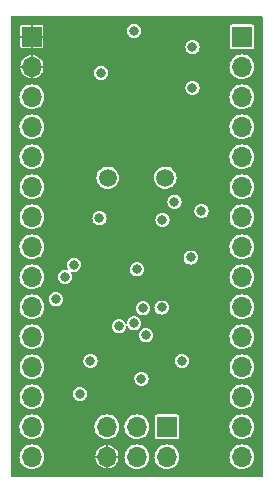
<source format=gbr>
%TF.GenerationSoftware,KiCad,Pcbnew,(6.0.10-0)*%
%TF.CreationDate,2024-10-12T01:55:58-04:00*%
%TF.ProjectId,bareduino,62617265-6475-4696-9e6f-2e6b69636164,rev?*%
%TF.SameCoordinates,Original*%
%TF.FileFunction,Copper,L3,Inr*%
%TF.FilePolarity,Positive*%
%FSLAX46Y46*%
G04 Gerber Fmt 4.6, Leading zero omitted, Abs format (unit mm)*
G04 Created by KiCad (PCBNEW (6.0.10-0)) date 2024-10-12 01:55:58*
%MOMM*%
%LPD*%
G01*
G04 APERTURE LIST*
%TA.AperFunction,ComponentPad*%
%ADD10R,1.700000X1.700000*%
%TD*%
%TA.AperFunction,ComponentPad*%
%ADD11O,1.700000X1.700000*%
%TD*%
%TA.AperFunction,ComponentPad*%
%ADD12C,1.500000*%
%TD*%
%TA.AperFunction,ViaPad*%
%ADD13C,0.800000*%
%TD*%
G04 APERTURE END LIST*
D10*
%TO.N,/MISO*%
%TO.C,J1*%
X54610000Y-85090000D03*
D11*
%TO.N,VCC*%
X54610000Y-87630000D03*
%TO.N,/SCK*%
X52070000Y-85090000D03*
%TO.N,/MOSI*%
X52070000Y-87630000D03*
%TO.N,/~{RESET}*%
X49530000Y-85090000D03*
%TO.N,GND*%
X49530000Y-87630000D03*
%TD*%
D12*
%TO.N,Net-(C6-Pad1)*%
%TO.C,Y1*%
X49593500Y-64008000D03*
%TO.N,Net-(C7-Pad1)*%
X54473500Y-64008000D03*
%TD*%
D10*
%TO.N,+VDC*%
%TO.C,J3*%
X60960000Y-52070000D03*
D11*
%TO.N,VCC*%
X60960000Y-54610000D03*
%TO.N,+5V*%
X60960000Y-57150000D03*
%TO.N,+3V3*%
X60960000Y-59690000D03*
%TO.N,/A7*%
X60960000Y-62230000D03*
%TO.N,/A6*%
X60960000Y-64770000D03*
%TO.N,/A5*%
X60960000Y-67310000D03*
%TO.N,/A4*%
X60960000Y-69850000D03*
%TO.N,/A3*%
X60960000Y-72390000D03*
%TO.N,/A2*%
X60960000Y-74930000D03*
%TO.N,/A1*%
X60960000Y-77470000D03*
%TO.N,/A0*%
X60960000Y-80010000D03*
%TO.N,/SCK*%
X60960000Y-82550000D03*
%TO.N,/MISO*%
X60960000Y-85090000D03*
%TO.N,/MOSI*%
X60960000Y-87630000D03*
%TD*%
D10*
%TO.N,GND*%
%TO.C,J2*%
X43180000Y-52070000D03*
D11*
X43180000Y-54610000D03*
%TO.N,/~{RESET}*%
X43180000Y-57150000D03*
%TO.N,/AREF*%
X43180000Y-59690000D03*
%TO.N,/RXD*%
X43180000Y-62230000D03*
%TO.N,/TXD*%
X43180000Y-64770000D03*
%TO.N,/P2*%
X43180000Y-67310000D03*
%TO.N,/P3*%
X43180000Y-69850000D03*
%TO.N,/P4*%
X43180000Y-72390000D03*
%TO.N,/P5*%
X43180000Y-74930000D03*
%TO.N,/P6*%
X43180000Y-77470000D03*
%TO.N,/P7*%
X43180000Y-80010000D03*
%TO.N,/P8*%
X43180000Y-82550000D03*
%TO.N,/P9*%
X43180000Y-85090000D03*
%TO.N,/P10*%
X43180000Y-87630000D03*
%TD*%
D13*
%TO.N,GND*%
X59309000Y-76073000D03*
X47117000Y-86233000D03*
X57150000Y-78486000D03*
X57404000Y-84328000D03*
X51562000Y-83439000D03*
X50673000Y-72390000D03*
X44831000Y-68453000D03*
X47879000Y-63627000D03*
X49403000Y-52705000D03*
X51308000Y-59182000D03*
X58801000Y-60960000D03*
%TO.N,VCC*%
X57531000Y-66802000D03*
X47244000Y-82296000D03*
X45212000Y-74295000D03*
X55880000Y-79502000D03*
X49022000Y-55118000D03*
X51816000Y-51562000D03*
%TO.N,+3V3*%
X56769000Y-56388000D03*
%TO.N,/~{RESET}*%
X55245000Y-66040000D03*
X51816000Y-76327000D03*
%TO.N,/MISO*%
X52451000Y-81026000D03*
%TO.N,/A7*%
X54161200Y-74989200D03*
%TO.N,/A6*%
X52832000Y-77343000D03*
%TO.N,/A5*%
X56618503Y-70753898D03*
%TO.N,/P10*%
X50546000Y-76581000D03*
%TO.N,/P9*%
X48133000Y-79502000D03*
%TO.N,/P4*%
X52070000Y-71755000D03*
%TO.N,/P3*%
X48895000Y-67437000D03*
%TO.N,/RXD*%
X54229000Y-67564000D03*
%TO.N,/AREF*%
X52578000Y-75057000D03*
%TO.N,+5V*%
X56769000Y-52959000D03*
%TO.N,Net-(C6-Pad1)*%
X45974000Y-72390000D03*
%TO.N,Net-(C7-Pad1)*%
X46722700Y-71374000D03*
%TD*%
%TA.AperFunction,Conductor*%
%TO.N,GND*%
G36*
X62694194Y-50335806D02*
G01*
X62712500Y-50380000D01*
X62712500Y-89320000D01*
X62694194Y-89364194D01*
X62650000Y-89382500D01*
X41490000Y-89382500D01*
X41445806Y-89364194D01*
X41427500Y-89320000D01*
X41427500Y-87615262D01*
X42124520Y-87615262D01*
X42141759Y-87820553D01*
X42198544Y-88018586D01*
X42292712Y-88201818D01*
X42294603Y-88204204D01*
X42294605Y-88204207D01*
X42323598Y-88240787D01*
X42420677Y-88363270D01*
X42423007Y-88365253D01*
X42534657Y-88460274D01*
X42577564Y-88496791D01*
X42757398Y-88597297D01*
X42760302Y-88598241D01*
X42760303Y-88598241D01*
X42950416Y-88660013D01*
X42950421Y-88660014D01*
X42953329Y-88660959D01*
X42956370Y-88661322D01*
X42956372Y-88661322D01*
X43018442Y-88668723D01*
X43157894Y-88685351D01*
X43160936Y-88685117D01*
X43160939Y-88685117D01*
X43360249Y-88669781D01*
X43360251Y-88669781D01*
X43363300Y-88669546D01*
X43561725Y-88614145D01*
X43564448Y-88612770D01*
X43564452Y-88612768D01*
X43742890Y-88522632D01*
X43745610Y-88521258D01*
X43748008Y-88519385D01*
X43748012Y-88519382D01*
X43857088Y-88434162D01*
X43907951Y-88394424D01*
X43936910Y-88360875D01*
X43981194Y-88309570D01*
X44042564Y-88238472D01*
X44144323Y-88059344D01*
X44209351Y-87863863D01*
X44211053Y-87850395D01*
X44229567Y-87703836D01*
X48555720Y-87703836D01*
X48564145Y-87804178D01*
X48565243Y-87810157D01*
X48616371Y-87988462D01*
X48618608Y-87994112D01*
X48703401Y-88159101D01*
X48706686Y-88164198D01*
X48821907Y-88309570D01*
X48826135Y-88313948D01*
X48967386Y-88434162D01*
X48972382Y-88437634D01*
X49134301Y-88528128D01*
X49139872Y-88530562D01*
X49316276Y-88587880D01*
X49322233Y-88589189D01*
X49454156Y-88604920D01*
X49463315Y-88602345D01*
X49466500Y-88596671D01*
X49466500Y-88592613D01*
X49593500Y-88592613D01*
X49596599Y-88600093D01*
X49607144Y-88603994D01*
X49697424Y-88597047D01*
X49703422Y-88595989D01*
X49882073Y-88546109D01*
X49887744Y-88543910D01*
X50053316Y-88460274D01*
X50058438Y-88457024D01*
X50204611Y-88342819D01*
X50209015Y-88338626D01*
X50330214Y-88198214D01*
X50333725Y-88193237D01*
X50425340Y-88031966D01*
X50427817Y-88026402D01*
X50486367Y-87850395D01*
X50487713Y-87844471D01*
X50505227Y-87705834D01*
X50502716Y-87696656D01*
X50497183Y-87693500D01*
X49605931Y-87693500D01*
X49597141Y-87697141D01*
X49593500Y-87705931D01*
X49593500Y-88592613D01*
X49466500Y-88592613D01*
X49466500Y-87705931D01*
X49462859Y-87697141D01*
X49454069Y-87693500D01*
X48567283Y-87693500D01*
X48558493Y-87697141D01*
X48555720Y-87703836D01*
X44229567Y-87703836D01*
X44234951Y-87661216D01*
X44234951Y-87661215D01*
X44235171Y-87659474D01*
X44235583Y-87630000D01*
X44235414Y-87628280D01*
X44235414Y-87628271D01*
X44234138Y-87615262D01*
X51014520Y-87615262D01*
X51031759Y-87820553D01*
X51088544Y-88018586D01*
X51182712Y-88201818D01*
X51184603Y-88204204D01*
X51184605Y-88204207D01*
X51213598Y-88240787D01*
X51310677Y-88363270D01*
X51313007Y-88365253D01*
X51424657Y-88460274D01*
X51467564Y-88496791D01*
X51647398Y-88597297D01*
X51650302Y-88598241D01*
X51650303Y-88598241D01*
X51840416Y-88660013D01*
X51840421Y-88660014D01*
X51843329Y-88660959D01*
X51846370Y-88661322D01*
X51846372Y-88661322D01*
X51908442Y-88668723D01*
X52047894Y-88685351D01*
X52050936Y-88685117D01*
X52050939Y-88685117D01*
X52250249Y-88669781D01*
X52250251Y-88669781D01*
X52253300Y-88669546D01*
X52451725Y-88614145D01*
X52454448Y-88612770D01*
X52454452Y-88612768D01*
X52632890Y-88522632D01*
X52635610Y-88521258D01*
X52638008Y-88519385D01*
X52638012Y-88519382D01*
X52747088Y-88434162D01*
X52797951Y-88394424D01*
X52826910Y-88360875D01*
X52871194Y-88309570D01*
X52932564Y-88238472D01*
X53034323Y-88059344D01*
X53099351Y-87863863D01*
X53101053Y-87850395D01*
X53124951Y-87661216D01*
X53124951Y-87661215D01*
X53125171Y-87659474D01*
X53125583Y-87630000D01*
X53125414Y-87628280D01*
X53125414Y-87628271D01*
X53124138Y-87615262D01*
X53554520Y-87615262D01*
X53571759Y-87820553D01*
X53628544Y-88018586D01*
X53722712Y-88201818D01*
X53724603Y-88204204D01*
X53724605Y-88204207D01*
X53753598Y-88240787D01*
X53850677Y-88363270D01*
X53853007Y-88365253D01*
X53964657Y-88460274D01*
X54007564Y-88496791D01*
X54187398Y-88597297D01*
X54190302Y-88598241D01*
X54190303Y-88598241D01*
X54380416Y-88660013D01*
X54380421Y-88660014D01*
X54383329Y-88660959D01*
X54386370Y-88661322D01*
X54386372Y-88661322D01*
X54448442Y-88668723D01*
X54587894Y-88685351D01*
X54590936Y-88685117D01*
X54590939Y-88685117D01*
X54790249Y-88669781D01*
X54790251Y-88669781D01*
X54793300Y-88669546D01*
X54991725Y-88614145D01*
X54994448Y-88612770D01*
X54994452Y-88612768D01*
X55172890Y-88522632D01*
X55175610Y-88521258D01*
X55178008Y-88519385D01*
X55178012Y-88519382D01*
X55287088Y-88434162D01*
X55337951Y-88394424D01*
X55366910Y-88360875D01*
X55411194Y-88309570D01*
X55472564Y-88238472D01*
X55574323Y-88059344D01*
X55639351Y-87863863D01*
X55641053Y-87850395D01*
X55664951Y-87661216D01*
X55664951Y-87661215D01*
X55665171Y-87659474D01*
X55665583Y-87630000D01*
X55665414Y-87628280D01*
X55665414Y-87628271D01*
X55664138Y-87615262D01*
X59904520Y-87615262D01*
X59921759Y-87820553D01*
X59978544Y-88018586D01*
X60072712Y-88201818D01*
X60074603Y-88204204D01*
X60074605Y-88204207D01*
X60103598Y-88240787D01*
X60200677Y-88363270D01*
X60203007Y-88365253D01*
X60314657Y-88460274D01*
X60357564Y-88496791D01*
X60537398Y-88597297D01*
X60540302Y-88598241D01*
X60540303Y-88598241D01*
X60730416Y-88660013D01*
X60730421Y-88660014D01*
X60733329Y-88660959D01*
X60736370Y-88661322D01*
X60736372Y-88661322D01*
X60798442Y-88668723D01*
X60937894Y-88685351D01*
X60940936Y-88685117D01*
X60940939Y-88685117D01*
X61140249Y-88669781D01*
X61140251Y-88669781D01*
X61143300Y-88669546D01*
X61341725Y-88614145D01*
X61344448Y-88612770D01*
X61344452Y-88612768D01*
X61522890Y-88522632D01*
X61525610Y-88521258D01*
X61528008Y-88519385D01*
X61528012Y-88519382D01*
X61637088Y-88434162D01*
X61687951Y-88394424D01*
X61716910Y-88360875D01*
X61761194Y-88309570D01*
X61822564Y-88238472D01*
X61924323Y-88059344D01*
X61989351Y-87863863D01*
X61991053Y-87850395D01*
X62014951Y-87661216D01*
X62014951Y-87661215D01*
X62015171Y-87659474D01*
X62015583Y-87630000D01*
X62015414Y-87628280D01*
X62015414Y-87628271D01*
X61995778Y-87428010D01*
X61995480Y-87424970D01*
X61935935Y-87227749D01*
X61891033Y-87143301D01*
X61840653Y-87048547D01*
X61840651Y-87048544D01*
X61839218Y-87045849D01*
X61709011Y-86886200D01*
X61550275Y-86754882D01*
X61369055Y-86656897D01*
X61314143Y-86639899D01*
X61175169Y-86596879D01*
X61175166Y-86596878D01*
X61172254Y-86595977D01*
X61169221Y-86595658D01*
X61169220Y-86595658D01*
X61116660Y-86590134D01*
X60967369Y-86574443D01*
X60964336Y-86574719D01*
X60964332Y-86574719D01*
X60851436Y-86584993D01*
X60762203Y-86593114D01*
X60759270Y-86593977D01*
X60759266Y-86593978D01*
X60609005Y-86638203D01*
X60564572Y-86651280D01*
X60382002Y-86746726D01*
X60221447Y-86875815D01*
X60089024Y-87033630D01*
X59989776Y-87214162D01*
X59927484Y-87410532D01*
X59927143Y-87413570D01*
X59927143Y-87413571D01*
X59910350Y-87563289D01*
X59904520Y-87615262D01*
X55664138Y-87615262D01*
X55645778Y-87428010D01*
X55645480Y-87424970D01*
X55585935Y-87227749D01*
X55541033Y-87143301D01*
X55490653Y-87048547D01*
X55490651Y-87048544D01*
X55489218Y-87045849D01*
X55359011Y-86886200D01*
X55200275Y-86754882D01*
X55019055Y-86656897D01*
X54964143Y-86639899D01*
X54825169Y-86596879D01*
X54825166Y-86596878D01*
X54822254Y-86595977D01*
X54819221Y-86595658D01*
X54819220Y-86595658D01*
X54766660Y-86590134D01*
X54617369Y-86574443D01*
X54614336Y-86574719D01*
X54614332Y-86574719D01*
X54501436Y-86584993D01*
X54412203Y-86593114D01*
X54409270Y-86593977D01*
X54409266Y-86593978D01*
X54259005Y-86638203D01*
X54214572Y-86651280D01*
X54032002Y-86746726D01*
X53871447Y-86875815D01*
X53739024Y-87033630D01*
X53639776Y-87214162D01*
X53577484Y-87410532D01*
X53577143Y-87413570D01*
X53577143Y-87413571D01*
X53560350Y-87563289D01*
X53554520Y-87615262D01*
X53124138Y-87615262D01*
X53105778Y-87428010D01*
X53105480Y-87424970D01*
X53045935Y-87227749D01*
X53001033Y-87143301D01*
X52950653Y-87048547D01*
X52950651Y-87048544D01*
X52949218Y-87045849D01*
X52819011Y-86886200D01*
X52660275Y-86754882D01*
X52479055Y-86656897D01*
X52424143Y-86639899D01*
X52285169Y-86596879D01*
X52285166Y-86596878D01*
X52282254Y-86595977D01*
X52279221Y-86595658D01*
X52279220Y-86595658D01*
X52226660Y-86590134D01*
X52077369Y-86574443D01*
X52074336Y-86574719D01*
X52074332Y-86574719D01*
X51961436Y-86584993D01*
X51872203Y-86593114D01*
X51869270Y-86593977D01*
X51869266Y-86593978D01*
X51719005Y-86638203D01*
X51674572Y-86651280D01*
X51492002Y-86746726D01*
X51331447Y-86875815D01*
X51199024Y-87033630D01*
X51099776Y-87214162D01*
X51037484Y-87410532D01*
X51037143Y-87413570D01*
X51037143Y-87413571D01*
X51020350Y-87563289D01*
X51014520Y-87615262D01*
X44234138Y-87615262D01*
X44228146Y-87554145D01*
X48555340Y-87554145D01*
X48557979Y-87563289D01*
X48563796Y-87566500D01*
X49454069Y-87566500D01*
X49462859Y-87562859D01*
X49466500Y-87554069D01*
X49593500Y-87554069D01*
X49597141Y-87562859D01*
X49605931Y-87566500D01*
X50493070Y-87566500D01*
X50501860Y-87562859D01*
X50504515Y-87556448D01*
X50493328Y-87442356D01*
X50492147Y-87436391D01*
X50438534Y-87258815D01*
X50436218Y-87253196D01*
X50349136Y-87089419D01*
X50345770Y-87084354D01*
X50228537Y-86940611D01*
X50224248Y-86936292D01*
X50081332Y-86818061D01*
X50076283Y-86814656D01*
X49913129Y-86726439D01*
X49907511Y-86724077D01*
X49730319Y-86669227D01*
X49724370Y-86668006D01*
X49605862Y-86655550D01*
X49596741Y-86658252D01*
X49593500Y-86664222D01*
X49593500Y-87554069D01*
X49466500Y-87554069D01*
X49466500Y-86667131D01*
X49462859Y-86658341D01*
X49456308Y-86655628D01*
X49349088Y-86665385D01*
X49343109Y-86666525D01*
X49165167Y-86718897D01*
X49159535Y-86721173D01*
X48995146Y-86807112D01*
X48990065Y-86810438D01*
X48845504Y-86926668D01*
X48841156Y-86930926D01*
X48721933Y-87073011D01*
X48718489Y-87078041D01*
X48629133Y-87240577D01*
X48626735Y-87246174D01*
X48570650Y-87422974D01*
X48569386Y-87428919D01*
X48555340Y-87554145D01*
X44228146Y-87554145D01*
X44215778Y-87428010D01*
X44215480Y-87424970D01*
X44155935Y-87227749D01*
X44111033Y-87143301D01*
X44060653Y-87048547D01*
X44060651Y-87048544D01*
X44059218Y-87045849D01*
X43929011Y-86886200D01*
X43770275Y-86754882D01*
X43589055Y-86656897D01*
X43534143Y-86639899D01*
X43395169Y-86596879D01*
X43395166Y-86596878D01*
X43392254Y-86595977D01*
X43389221Y-86595658D01*
X43389220Y-86595658D01*
X43336660Y-86590134D01*
X43187369Y-86574443D01*
X43184336Y-86574719D01*
X43184332Y-86574719D01*
X43071436Y-86584993D01*
X42982203Y-86593114D01*
X42979270Y-86593977D01*
X42979266Y-86593978D01*
X42829005Y-86638203D01*
X42784572Y-86651280D01*
X42602002Y-86746726D01*
X42441447Y-86875815D01*
X42309024Y-87033630D01*
X42209776Y-87214162D01*
X42147484Y-87410532D01*
X42147143Y-87413570D01*
X42147143Y-87413571D01*
X42130350Y-87563289D01*
X42124520Y-87615262D01*
X41427500Y-87615262D01*
X41427500Y-85075262D01*
X42124520Y-85075262D01*
X42141759Y-85280553D01*
X42198544Y-85478586D01*
X42292712Y-85661818D01*
X42294603Y-85664204D01*
X42294605Y-85664207D01*
X42323598Y-85700787D01*
X42420677Y-85823270D01*
X42577564Y-85956791D01*
X42757398Y-86057297D01*
X42760302Y-86058241D01*
X42760303Y-86058241D01*
X42950416Y-86120013D01*
X42950421Y-86120014D01*
X42953329Y-86120959D01*
X42956370Y-86121322D01*
X42956372Y-86121322D01*
X43025344Y-86129546D01*
X43157894Y-86145351D01*
X43160936Y-86145117D01*
X43160939Y-86145117D01*
X43360249Y-86129781D01*
X43360251Y-86129781D01*
X43363300Y-86129546D01*
X43561725Y-86074145D01*
X43564448Y-86072770D01*
X43564452Y-86072768D01*
X43742890Y-85982632D01*
X43745610Y-85981258D01*
X43748008Y-85979385D01*
X43748012Y-85979382D01*
X43833014Y-85912971D01*
X43907951Y-85854424D01*
X43936910Y-85820875D01*
X43960980Y-85792989D01*
X44042564Y-85698472D01*
X44144323Y-85519344D01*
X44209351Y-85323863D01*
X44214452Y-85283489D01*
X44234951Y-85121216D01*
X44234951Y-85121215D01*
X44235171Y-85119474D01*
X44235583Y-85090000D01*
X44235414Y-85088280D01*
X44235414Y-85088271D01*
X44234138Y-85075262D01*
X48474520Y-85075262D01*
X48491759Y-85280553D01*
X48548544Y-85478586D01*
X48642712Y-85661818D01*
X48644603Y-85664204D01*
X48644605Y-85664207D01*
X48673598Y-85700787D01*
X48770677Y-85823270D01*
X48927564Y-85956791D01*
X49107398Y-86057297D01*
X49110302Y-86058241D01*
X49110303Y-86058241D01*
X49300416Y-86120013D01*
X49300421Y-86120014D01*
X49303329Y-86120959D01*
X49306370Y-86121322D01*
X49306372Y-86121322D01*
X49375344Y-86129546D01*
X49507894Y-86145351D01*
X49510936Y-86145117D01*
X49510939Y-86145117D01*
X49710249Y-86129781D01*
X49710251Y-86129781D01*
X49713300Y-86129546D01*
X49911725Y-86074145D01*
X49914448Y-86072770D01*
X49914452Y-86072768D01*
X50092890Y-85982632D01*
X50095610Y-85981258D01*
X50098008Y-85979385D01*
X50098012Y-85979382D01*
X50183014Y-85912971D01*
X50257951Y-85854424D01*
X50286910Y-85820875D01*
X50310980Y-85792989D01*
X50392564Y-85698472D01*
X50494323Y-85519344D01*
X50559351Y-85323863D01*
X50564452Y-85283489D01*
X50584951Y-85121216D01*
X50584951Y-85121215D01*
X50585171Y-85119474D01*
X50585583Y-85090000D01*
X50585414Y-85088280D01*
X50585414Y-85088271D01*
X50584138Y-85075262D01*
X51014520Y-85075262D01*
X51031759Y-85280553D01*
X51088544Y-85478586D01*
X51182712Y-85661818D01*
X51184603Y-85664204D01*
X51184605Y-85664207D01*
X51213598Y-85700787D01*
X51310677Y-85823270D01*
X51467564Y-85956791D01*
X51647398Y-86057297D01*
X51650302Y-86058241D01*
X51650303Y-86058241D01*
X51840416Y-86120013D01*
X51840421Y-86120014D01*
X51843329Y-86120959D01*
X51846370Y-86121322D01*
X51846372Y-86121322D01*
X51915344Y-86129546D01*
X52047894Y-86145351D01*
X52050936Y-86145117D01*
X52050939Y-86145117D01*
X52250249Y-86129781D01*
X52250251Y-86129781D01*
X52253300Y-86129546D01*
X52451725Y-86074145D01*
X52454448Y-86072770D01*
X52454452Y-86072768D01*
X52632890Y-85982632D01*
X52635610Y-85981258D01*
X52638008Y-85979385D01*
X52638012Y-85979382D01*
X52663142Y-85959748D01*
X53559500Y-85959748D01*
X53560099Y-85962758D01*
X53560099Y-85962761D01*
X53563779Y-85981258D01*
X53571133Y-86018231D01*
X53615448Y-86084552D01*
X53620562Y-86087969D01*
X53676653Y-86125449D01*
X53676655Y-86125450D01*
X53681769Y-86128867D01*
X53687803Y-86130067D01*
X53687805Y-86130068D01*
X53737239Y-86139901D01*
X53737242Y-86139901D01*
X53740252Y-86140500D01*
X55479748Y-86140500D01*
X55482758Y-86139901D01*
X55482761Y-86139901D01*
X55532195Y-86130068D01*
X55532197Y-86130067D01*
X55538231Y-86128867D01*
X55543345Y-86125450D01*
X55543347Y-86125449D01*
X55599438Y-86087969D01*
X55604552Y-86084552D01*
X55648867Y-86018231D01*
X55656222Y-85981258D01*
X55659901Y-85962761D01*
X55659901Y-85962758D01*
X55660500Y-85959748D01*
X55660500Y-85075262D01*
X59904520Y-85075262D01*
X59921759Y-85280553D01*
X59978544Y-85478586D01*
X60072712Y-85661818D01*
X60074603Y-85664204D01*
X60074605Y-85664207D01*
X60103598Y-85700787D01*
X60200677Y-85823270D01*
X60357564Y-85956791D01*
X60537398Y-86057297D01*
X60540302Y-86058241D01*
X60540303Y-86058241D01*
X60730416Y-86120013D01*
X60730421Y-86120014D01*
X60733329Y-86120959D01*
X60736370Y-86121322D01*
X60736372Y-86121322D01*
X60805344Y-86129546D01*
X60937894Y-86145351D01*
X60940936Y-86145117D01*
X60940939Y-86145117D01*
X61140249Y-86129781D01*
X61140251Y-86129781D01*
X61143300Y-86129546D01*
X61341725Y-86074145D01*
X61344448Y-86072770D01*
X61344452Y-86072768D01*
X61522890Y-85982632D01*
X61525610Y-85981258D01*
X61528008Y-85979385D01*
X61528012Y-85979382D01*
X61613014Y-85912971D01*
X61687951Y-85854424D01*
X61716910Y-85820875D01*
X61740980Y-85792989D01*
X61822564Y-85698472D01*
X61924323Y-85519344D01*
X61989351Y-85323863D01*
X61994452Y-85283489D01*
X62014951Y-85121216D01*
X62014951Y-85121215D01*
X62015171Y-85119474D01*
X62015583Y-85090000D01*
X62015414Y-85088280D01*
X62015414Y-85088271D01*
X61995778Y-84888010D01*
X61995480Y-84884970D01*
X61935935Y-84687749D01*
X61839218Y-84505849D01*
X61709011Y-84346200D01*
X61550275Y-84214882D01*
X61369055Y-84116897D01*
X61288726Y-84092031D01*
X61175169Y-84056879D01*
X61175166Y-84056878D01*
X61172254Y-84055977D01*
X61169221Y-84055658D01*
X61169220Y-84055658D01*
X61114739Y-84049932D01*
X60967369Y-84034443D01*
X60964336Y-84034719D01*
X60964332Y-84034719D01*
X60851436Y-84044993D01*
X60762203Y-84053114D01*
X60759270Y-84053977D01*
X60759266Y-84053978D01*
X60629974Y-84092031D01*
X60564572Y-84111280D01*
X60382002Y-84206726D01*
X60221447Y-84335815D01*
X60089024Y-84493630D01*
X59989776Y-84674162D01*
X59927484Y-84870532D01*
X59927143Y-84873570D01*
X59927143Y-84873571D01*
X59925524Y-84888010D01*
X59904520Y-85075262D01*
X55660500Y-85075262D01*
X55660500Y-84220252D01*
X55659432Y-84214882D01*
X55650068Y-84167805D01*
X55650067Y-84167803D01*
X55648867Y-84161769D01*
X55604552Y-84095448D01*
X55587680Y-84084174D01*
X55543347Y-84054551D01*
X55543345Y-84054550D01*
X55538231Y-84051133D01*
X55532197Y-84049933D01*
X55532195Y-84049932D01*
X55482761Y-84040099D01*
X55482758Y-84040099D01*
X55479748Y-84039500D01*
X53740252Y-84039500D01*
X53737242Y-84040099D01*
X53737239Y-84040099D01*
X53687805Y-84049932D01*
X53687803Y-84049933D01*
X53681769Y-84051133D01*
X53676655Y-84054550D01*
X53676653Y-84054551D01*
X53632320Y-84084174D01*
X53615448Y-84095448D01*
X53571133Y-84161769D01*
X53569933Y-84167803D01*
X53569932Y-84167805D01*
X53560568Y-84214882D01*
X53559500Y-84220252D01*
X53559500Y-85959748D01*
X52663142Y-85959748D01*
X52723014Y-85912971D01*
X52797951Y-85854424D01*
X52826910Y-85820875D01*
X52850980Y-85792989D01*
X52932564Y-85698472D01*
X53034323Y-85519344D01*
X53099351Y-85323863D01*
X53104452Y-85283489D01*
X53124951Y-85121216D01*
X53124951Y-85121215D01*
X53125171Y-85119474D01*
X53125583Y-85090000D01*
X53125414Y-85088280D01*
X53125414Y-85088271D01*
X53105778Y-84888010D01*
X53105480Y-84884970D01*
X53045935Y-84687749D01*
X52949218Y-84505849D01*
X52819011Y-84346200D01*
X52660275Y-84214882D01*
X52479055Y-84116897D01*
X52398726Y-84092031D01*
X52285169Y-84056879D01*
X52285166Y-84056878D01*
X52282254Y-84055977D01*
X52279221Y-84055658D01*
X52279220Y-84055658D01*
X52224739Y-84049932D01*
X52077369Y-84034443D01*
X52074336Y-84034719D01*
X52074332Y-84034719D01*
X51961436Y-84044993D01*
X51872203Y-84053114D01*
X51869270Y-84053977D01*
X51869266Y-84053978D01*
X51739974Y-84092031D01*
X51674572Y-84111280D01*
X51492002Y-84206726D01*
X51331447Y-84335815D01*
X51199024Y-84493630D01*
X51099776Y-84674162D01*
X51037484Y-84870532D01*
X51037143Y-84873570D01*
X51037143Y-84873571D01*
X51035524Y-84888010D01*
X51014520Y-85075262D01*
X50584138Y-85075262D01*
X50565778Y-84888010D01*
X50565480Y-84884970D01*
X50505935Y-84687749D01*
X50409218Y-84505849D01*
X50279011Y-84346200D01*
X50120275Y-84214882D01*
X49939055Y-84116897D01*
X49858726Y-84092031D01*
X49745169Y-84056879D01*
X49745166Y-84056878D01*
X49742254Y-84055977D01*
X49739221Y-84055658D01*
X49739220Y-84055658D01*
X49684739Y-84049932D01*
X49537369Y-84034443D01*
X49534336Y-84034719D01*
X49534332Y-84034719D01*
X49421436Y-84044993D01*
X49332203Y-84053114D01*
X49329270Y-84053977D01*
X49329266Y-84053978D01*
X49199974Y-84092031D01*
X49134572Y-84111280D01*
X48952002Y-84206726D01*
X48791447Y-84335815D01*
X48659024Y-84493630D01*
X48559776Y-84674162D01*
X48497484Y-84870532D01*
X48497143Y-84873570D01*
X48497143Y-84873571D01*
X48495524Y-84888010D01*
X48474520Y-85075262D01*
X44234138Y-85075262D01*
X44215778Y-84888010D01*
X44215480Y-84884970D01*
X44155935Y-84687749D01*
X44059218Y-84505849D01*
X43929011Y-84346200D01*
X43770275Y-84214882D01*
X43589055Y-84116897D01*
X43508726Y-84092031D01*
X43395169Y-84056879D01*
X43395166Y-84056878D01*
X43392254Y-84055977D01*
X43389221Y-84055658D01*
X43389220Y-84055658D01*
X43334739Y-84049932D01*
X43187369Y-84034443D01*
X43184336Y-84034719D01*
X43184332Y-84034719D01*
X43071436Y-84044993D01*
X42982203Y-84053114D01*
X42979270Y-84053977D01*
X42979266Y-84053978D01*
X42849974Y-84092031D01*
X42784572Y-84111280D01*
X42602002Y-84206726D01*
X42441447Y-84335815D01*
X42309024Y-84493630D01*
X42209776Y-84674162D01*
X42147484Y-84870532D01*
X42147143Y-84873570D01*
X42147143Y-84873571D01*
X42145524Y-84888010D01*
X42124520Y-85075262D01*
X41427500Y-85075262D01*
X41427500Y-82535262D01*
X42124520Y-82535262D01*
X42125758Y-82550000D01*
X42140602Y-82726772D01*
X42141759Y-82740553D01*
X42142601Y-82743489D01*
X42187809Y-82901147D01*
X42198544Y-82938586D01*
X42292712Y-83121818D01*
X42294603Y-83124204D01*
X42294605Y-83124207D01*
X42323598Y-83160787D01*
X42420677Y-83283270D01*
X42577564Y-83416791D01*
X42757398Y-83517297D01*
X42760302Y-83518241D01*
X42760303Y-83518241D01*
X42950416Y-83580013D01*
X42950421Y-83580014D01*
X42953329Y-83580959D01*
X42956370Y-83581322D01*
X42956372Y-83581322D01*
X43018442Y-83588723D01*
X43157894Y-83605351D01*
X43160936Y-83605117D01*
X43160939Y-83605117D01*
X43360249Y-83589781D01*
X43360251Y-83589781D01*
X43363300Y-83589546D01*
X43561725Y-83534145D01*
X43564448Y-83532770D01*
X43564452Y-83532768D01*
X43742890Y-83442632D01*
X43745610Y-83441258D01*
X43748008Y-83439385D01*
X43748012Y-83439382D01*
X43833014Y-83372971D01*
X43907951Y-83314424D01*
X43936910Y-83280875D01*
X43960980Y-83252989D01*
X44042564Y-83158472D01*
X44144323Y-82979344D01*
X44209351Y-82783863D01*
X44214452Y-82743489D01*
X44234951Y-82581216D01*
X44234951Y-82581215D01*
X44235171Y-82579474D01*
X44235583Y-82550000D01*
X44235414Y-82548280D01*
X44235414Y-82548271D01*
X44215778Y-82348010D01*
X44215480Y-82344970D01*
X44200695Y-82296000D01*
X46638318Y-82296000D01*
X46638853Y-82300064D01*
X46644380Y-82342042D01*
X46658956Y-82452762D01*
X46719464Y-82598841D01*
X46815718Y-82724282D01*
X46941159Y-82820536D01*
X46944942Y-82822103D01*
X47083452Y-82879476D01*
X47083453Y-82879476D01*
X47087238Y-82881044D01*
X47091300Y-82881579D01*
X47091301Y-82881579D01*
X47239936Y-82901147D01*
X47244000Y-82901682D01*
X47248064Y-82901147D01*
X47396699Y-82881579D01*
X47396700Y-82881579D01*
X47400762Y-82881044D01*
X47404547Y-82879476D01*
X47404548Y-82879476D01*
X47543058Y-82822103D01*
X47546841Y-82820536D01*
X47672282Y-82724282D01*
X47768536Y-82598841D01*
X47794871Y-82535262D01*
X59904520Y-82535262D01*
X59905758Y-82550000D01*
X59920602Y-82726772D01*
X59921759Y-82740553D01*
X59922601Y-82743489D01*
X59967809Y-82901147D01*
X59978544Y-82938586D01*
X60072712Y-83121818D01*
X60074603Y-83124204D01*
X60074605Y-83124207D01*
X60103598Y-83160787D01*
X60200677Y-83283270D01*
X60357564Y-83416791D01*
X60537398Y-83517297D01*
X60540302Y-83518241D01*
X60540303Y-83518241D01*
X60730416Y-83580013D01*
X60730421Y-83580014D01*
X60733329Y-83580959D01*
X60736370Y-83581322D01*
X60736372Y-83581322D01*
X60798442Y-83588723D01*
X60937894Y-83605351D01*
X60940936Y-83605117D01*
X60940939Y-83605117D01*
X61140249Y-83589781D01*
X61140251Y-83589781D01*
X61143300Y-83589546D01*
X61341725Y-83534145D01*
X61344448Y-83532770D01*
X61344452Y-83532768D01*
X61522890Y-83442632D01*
X61525610Y-83441258D01*
X61528008Y-83439385D01*
X61528012Y-83439382D01*
X61613014Y-83372971D01*
X61687951Y-83314424D01*
X61716910Y-83280875D01*
X61740980Y-83252989D01*
X61822564Y-83158472D01*
X61924323Y-82979344D01*
X61989351Y-82783863D01*
X61994452Y-82743489D01*
X62014951Y-82581216D01*
X62014951Y-82581215D01*
X62015171Y-82579474D01*
X62015583Y-82550000D01*
X62015414Y-82548280D01*
X62015414Y-82548271D01*
X61995778Y-82348010D01*
X61995480Y-82344970D01*
X61935935Y-82147749D01*
X61891033Y-82063301D01*
X61840653Y-81968547D01*
X61840651Y-81968544D01*
X61839218Y-81965849D01*
X61709011Y-81806200D01*
X61550275Y-81674882D01*
X61369055Y-81576897D01*
X61314143Y-81559899D01*
X61175169Y-81516879D01*
X61175166Y-81516878D01*
X61172254Y-81515977D01*
X61169221Y-81515658D01*
X61169220Y-81515658D01*
X61116660Y-81510134D01*
X60967369Y-81494443D01*
X60964336Y-81494719D01*
X60964332Y-81494719D01*
X60851436Y-81504993D01*
X60762203Y-81513114D01*
X60759270Y-81513977D01*
X60759266Y-81513978D01*
X60635054Y-81550536D01*
X60564572Y-81571280D01*
X60382002Y-81666726D01*
X60221447Y-81795815D01*
X60089024Y-81953630D01*
X59989776Y-82134162D01*
X59927484Y-82330532D01*
X59927143Y-82333570D01*
X59927143Y-82333571D01*
X59914230Y-82448699D01*
X59904520Y-82535262D01*
X47794871Y-82535262D01*
X47829044Y-82452762D01*
X47843621Y-82342042D01*
X47849147Y-82300064D01*
X47849682Y-82296000D01*
X47830550Y-82150677D01*
X47829579Y-82143301D01*
X47829579Y-82143300D01*
X47829044Y-82139238D01*
X47826942Y-82134162D01*
X47770103Y-81996942D01*
X47768536Y-81993159D01*
X47672282Y-81867718D01*
X47546841Y-81771464D01*
X47543058Y-81769897D01*
X47404548Y-81712524D01*
X47404547Y-81712524D01*
X47400762Y-81710956D01*
X47396700Y-81710421D01*
X47396699Y-81710421D01*
X47248064Y-81690853D01*
X47244000Y-81690318D01*
X47239936Y-81690853D01*
X47091301Y-81710421D01*
X47091300Y-81710421D01*
X47087238Y-81710956D01*
X47083453Y-81712524D01*
X47083452Y-81712524D01*
X46944942Y-81769897D01*
X46941159Y-81771464D01*
X46815718Y-81867718D01*
X46719464Y-81993159D01*
X46717897Y-81996942D01*
X46661059Y-82134162D01*
X46658956Y-82139238D01*
X46658421Y-82143300D01*
X46658421Y-82143301D01*
X46657450Y-82150677D01*
X46638318Y-82296000D01*
X44200695Y-82296000D01*
X44155935Y-82147749D01*
X44111033Y-82063301D01*
X44060653Y-81968547D01*
X44060651Y-81968544D01*
X44059218Y-81965849D01*
X43929011Y-81806200D01*
X43770275Y-81674882D01*
X43589055Y-81576897D01*
X43534143Y-81559899D01*
X43395169Y-81516879D01*
X43395166Y-81516878D01*
X43392254Y-81515977D01*
X43389221Y-81515658D01*
X43389220Y-81515658D01*
X43336660Y-81510134D01*
X43187369Y-81494443D01*
X43184336Y-81494719D01*
X43184332Y-81494719D01*
X43071436Y-81504993D01*
X42982203Y-81513114D01*
X42979270Y-81513977D01*
X42979266Y-81513978D01*
X42855054Y-81550536D01*
X42784572Y-81571280D01*
X42602002Y-81666726D01*
X42441447Y-81795815D01*
X42309024Y-81953630D01*
X42209776Y-82134162D01*
X42147484Y-82330532D01*
X42147143Y-82333570D01*
X42147143Y-82333571D01*
X42134230Y-82448699D01*
X42124520Y-82535262D01*
X41427500Y-82535262D01*
X41427500Y-79995262D01*
X42124520Y-79995262D01*
X42125758Y-80010000D01*
X42132096Y-80085476D01*
X42141759Y-80200553D01*
X42198544Y-80398586D01*
X42292712Y-80581818D01*
X42294603Y-80584204D01*
X42294605Y-80584207D01*
X42323598Y-80620787D01*
X42420677Y-80743270D01*
X42577564Y-80876791D01*
X42757398Y-80977297D01*
X42760302Y-80978241D01*
X42760303Y-80978241D01*
X42950416Y-81040013D01*
X42950421Y-81040014D01*
X42953329Y-81040959D01*
X42956370Y-81041322D01*
X42956372Y-81041322D01*
X43018442Y-81048723D01*
X43157894Y-81065351D01*
X43160936Y-81065117D01*
X43160939Y-81065117D01*
X43360249Y-81049781D01*
X43360251Y-81049781D01*
X43363300Y-81049546D01*
X43447633Y-81026000D01*
X51845318Y-81026000D01*
X51845853Y-81030064D01*
X51848310Y-81048723D01*
X51865956Y-81182762D01*
X51926464Y-81328841D01*
X52022718Y-81454282D01*
X52148159Y-81550536D01*
X52151942Y-81552103D01*
X52290452Y-81609476D01*
X52290453Y-81609476D01*
X52294238Y-81611044D01*
X52298300Y-81611579D01*
X52298301Y-81611579D01*
X52446936Y-81631147D01*
X52451000Y-81631682D01*
X52455064Y-81631147D01*
X52603699Y-81611579D01*
X52603700Y-81611579D01*
X52607762Y-81611044D01*
X52611547Y-81609476D01*
X52611548Y-81609476D01*
X52750058Y-81552103D01*
X52753841Y-81550536D01*
X52879282Y-81454282D01*
X52975536Y-81328841D01*
X53036044Y-81182762D01*
X53053691Y-81048723D01*
X53056147Y-81030064D01*
X53056682Y-81026000D01*
X53040440Y-80902632D01*
X53036579Y-80873301D01*
X53036579Y-80873300D01*
X53036044Y-80869238D01*
X52997550Y-80776304D01*
X52977103Y-80726942D01*
X52975536Y-80723159D01*
X52879282Y-80597718D01*
X52753841Y-80501464D01*
X52750058Y-80499897D01*
X52611548Y-80442524D01*
X52611547Y-80442524D01*
X52607762Y-80440956D01*
X52603700Y-80440421D01*
X52603699Y-80440421D01*
X52455064Y-80420853D01*
X52451000Y-80420318D01*
X52446936Y-80420853D01*
X52298301Y-80440421D01*
X52298300Y-80440421D01*
X52294238Y-80440956D01*
X52290453Y-80442524D01*
X52290452Y-80442524D01*
X52151942Y-80499897D01*
X52148159Y-80501464D01*
X52022718Y-80597718D01*
X51926464Y-80723159D01*
X51924897Y-80726942D01*
X51904451Y-80776304D01*
X51865956Y-80869238D01*
X51865421Y-80873300D01*
X51865421Y-80873301D01*
X51861560Y-80902632D01*
X51845318Y-81026000D01*
X43447633Y-81026000D01*
X43561725Y-80994145D01*
X43564448Y-80992770D01*
X43564452Y-80992768D01*
X43742890Y-80902632D01*
X43745610Y-80901258D01*
X43748008Y-80899385D01*
X43748012Y-80899382D01*
X43833014Y-80832971D01*
X43907951Y-80774424D01*
X43936910Y-80740875D01*
X43960980Y-80712989D01*
X44042564Y-80618472D01*
X44144323Y-80439344D01*
X44209351Y-80243863D01*
X44214452Y-80203489D01*
X44234951Y-80041216D01*
X44234951Y-80041215D01*
X44235171Y-80039474D01*
X44235583Y-80010000D01*
X44235414Y-80008280D01*
X44235414Y-80008271D01*
X44215778Y-79808010D01*
X44215480Y-79804970D01*
X44155935Y-79607749D01*
X44099708Y-79502000D01*
X47527318Y-79502000D01*
X47527853Y-79506064D01*
X47541626Y-79610677D01*
X47547956Y-79658762D01*
X47608464Y-79804841D01*
X47704718Y-79930282D01*
X47830159Y-80026536D01*
X47833942Y-80028103D01*
X47972452Y-80085476D01*
X47972453Y-80085476D01*
X47976238Y-80087044D01*
X47980300Y-80087579D01*
X47980301Y-80087579D01*
X48128936Y-80107147D01*
X48133000Y-80107682D01*
X48137064Y-80107147D01*
X48285699Y-80087579D01*
X48285700Y-80087579D01*
X48289762Y-80087044D01*
X48293547Y-80085476D01*
X48293548Y-80085476D01*
X48432058Y-80028103D01*
X48435841Y-80026536D01*
X48561282Y-79930282D01*
X48657536Y-79804841D01*
X48718044Y-79658762D01*
X48724375Y-79610677D01*
X48738147Y-79506064D01*
X48738682Y-79502000D01*
X55274318Y-79502000D01*
X55274853Y-79506064D01*
X55288626Y-79610677D01*
X55294956Y-79658762D01*
X55355464Y-79804841D01*
X55451718Y-79930282D01*
X55577159Y-80026536D01*
X55580942Y-80028103D01*
X55719452Y-80085476D01*
X55719453Y-80085476D01*
X55723238Y-80087044D01*
X55727300Y-80087579D01*
X55727301Y-80087579D01*
X55875936Y-80107147D01*
X55880000Y-80107682D01*
X55884064Y-80107147D01*
X56032699Y-80087579D01*
X56032700Y-80087579D01*
X56036762Y-80087044D01*
X56040547Y-80085476D01*
X56040548Y-80085476D01*
X56179058Y-80028103D01*
X56182841Y-80026536D01*
X56223598Y-79995262D01*
X59904520Y-79995262D01*
X59905758Y-80010000D01*
X59912096Y-80085476D01*
X59921759Y-80200553D01*
X59978544Y-80398586D01*
X60072712Y-80581818D01*
X60074603Y-80584204D01*
X60074605Y-80584207D01*
X60103598Y-80620787D01*
X60200677Y-80743270D01*
X60357564Y-80876791D01*
X60537398Y-80977297D01*
X60540302Y-80978241D01*
X60540303Y-80978241D01*
X60730416Y-81040013D01*
X60730421Y-81040014D01*
X60733329Y-81040959D01*
X60736370Y-81041322D01*
X60736372Y-81041322D01*
X60798442Y-81048723D01*
X60937894Y-81065351D01*
X60940936Y-81065117D01*
X60940939Y-81065117D01*
X61140249Y-81049781D01*
X61140251Y-81049781D01*
X61143300Y-81049546D01*
X61341725Y-80994145D01*
X61344448Y-80992770D01*
X61344452Y-80992768D01*
X61522890Y-80902632D01*
X61525610Y-80901258D01*
X61528008Y-80899385D01*
X61528012Y-80899382D01*
X61613014Y-80832971D01*
X61687951Y-80774424D01*
X61716910Y-80740875D01*
X61740980Y-80712989D01*
X61822564Y-80618472D01*
X61924323Y-80439344D01*
X61989351Y-80243863D01*
X61994452Y-80203489D01*
X62014951Y-80041216D01*
X62014951Y-80041215D01*
X62015171Y-80039474D01*
X62015583Y-80010000D01*
X62015414Y-80008280D01*
X62015414Y-80008271D01*
X61995778Y-79808010D01*
X61995480Y-79804970D01*
X61935935Y-79607749D01*
X61839218Y-79425849D01*
X61709011Y-79266200D01*
X61550275Y-79134882D01*
X61369055Y-79036897D01*
X61314143Y-79019899D01*
X61175169Y-78976879D01*
X61175166Y-78976878D01*
X61172254Y-78975977D01*
X61169221Y-78975658D01*
X61169220Y-78975658D01*
X61116660Y-78970134D01*
X60967369Y-78954443D01*
X60964336Y-78954719D01*
X60964332Y-78954719D01*
X60851436Y-78964993D01*
X60762203Y-78973114D01*
X60759270Y-78973977D01*
X60759266Y-78973978D01*
X60609005Y-79018203D01*
X60564572Y-79031280D01*
X60382002Y-79126726D01*
X60221447Y-79255815D01*
X60089024Y-79413630D01*
X59989776Y-79594162D01*
X59927484Y-79790532D01*
X59927143Y-79793570D01*
X59927143Y-79793571D01*
X59911809Y-79930282D01*
X59904520Y-79995262D01*
X56223598Y-79995262D01*
X56308282Y-79930282D01*
X56404536Y-79804841D01*
X56465044Y-79658762D01*
X56471375Y-79610677D01*
X56485147Y-79506064D01*
X56485682Y-79502000D01*
X56465044Y-79345238D01*
X56404536Y-79199159D01*
X56308282Y-79073718D01*
X56182841Y-78977464D01*
X56172339Y-78973114D01*
X56040548Y-78918524D01*
X56040547Y-78918524D01*
X56036762Y-78916956D01*
X56032700Y-78916421D01*
X56032699Y-78916421D01*
X55884064Y-78896853D01*
X55880000Y-78896318D01*
X55875936Y-78896853D01*
X55727301Y-78916421D01*
X55727300Y-78916421D01*
X55723238Y-78916956D01*
X55719453Y-78918524D01*
X55719452Y-78918524D01*
X55587661Y-78973114D01*
X55577159Y-78977464D01*
X55451718Y-79073718D01*
X55355464Y-79199159D01*
X55294956Y-79345238D01*
X55274318Y-79502000D01*
X48738682Y-79502000D01*
X48718044Y-79345238D01*
X48657536Y-79199159D01*
X48561282Y-79073718D01*
X48435841Y-78977464D01*
X48425339Y-78973114D01*
X48293548Y-78918524D01*
X48293547Y-78918524D01*
X48289762Y-78916956D01*
X48285700Y-78916421D01*
X48285699Y-78916421D01*
X48137064Y-78896853D01*
X48133000Y-78896318D01*
X48128936Y-78896853D01*
X47980301Y-78916421D01*
X47980300Y-78916421D01*
X47976238Y-78916956D01*
X47972453Y-78918524D01*
X47972452Y-78918524D01*
X47840661Y-78973114D01*
X47830159Y-78977464D01*
X47704718Y-79073718D01*
X47608464Y-79199159D01*
X47547956Y-79345238D01*
X47527318Y-79502000D01*
X44099708Y-79502000D01*
X44059218Y-79425849D01*
X43929011Y-79266200D01*
X43770275Y-79134882D01*
X43589055Y-79036897D01*
X43534143Y-79019899D01*
X43395169Y-78976879D01*
X43395166Y-78976878D01*
X43392254Y-78975977D01*
X43389221Y-78975658D01*
X43389220Y-78975658D01*
X43336660Y-78970134D01*
X43187369Y-78954443D01*
X43184336Y-78954719D01*
X43184332Y-78954719D01*
X43071436Y-78964993D01*
X42982203Y-78973114D01*
X42979270Y-78973977D01*
X42979266Y-78973978D01*
X42829005Y-79018203D01*
X42784572Y-79031280D01*
X42602002Y-79126726D01*
X42441447Y-79255815D01*
X42309024Y-79413630D01*
X42209776Y-79594162D01*
X42147484Y-79790532D01*
X42147143Y-79793570D01*
X42147143Y-79793571D01*
X42131809Y-79930282D01*
X42124520Y-79995262D01*
X41427500Y-79995262D01*
X41427500Y-77455262D01*
X42124520Y-77455262D01*
X42125758Y-77470000D01*
X42140524Y-77645841D01*
X42141759Y-77660553D01*
X42198544Y-77858586D01*
X42292712Y-78041818D01*
X42294603Y-78044204D01*
X42294605Y-78044207D01*
X42323598Y-78080787D01*
X42420677Y-78203270D01*
X42577564Y-78336791D01*
X42757398Y-78437297D01*
X42760302Y-78438241D01*
X42760303Y-78438241D01*
X42950416Y-78500013D01*
X42950421Y-78500014D01*
X42953329Y-78500959D01*
X42956370Y-78501322D01*
X42956372Y-78501322D01*
X43018442Y-78508723D01*
X43157894Y-78525351D01*
X43160936Y-78525117D01*
X43160939Y-78525117D01*
X43360249Y-78509781D01*
X43360251Y-78509781D01*
X43363300Y-78509546D01*
X43561725Y-78454145D01*
X43564448Y-78452770D01*
X43564452Y-78452768D01*
X43742890Y-78362632D01*
X43745610Y-78361258D01*
X43748008Y-78359385D01*
X43748012Y-78359382D01*
X43833014Y-78292971D01*
X43907951Y-78234424D01*
X43936910Y-78200875D01*
X43960980Y-78172989D01*
X44042564Y-78078472D01*
X44144323Y-77899344D01*
X44209351Y-77703863D01*
X44214452Y-77663489D01*
X44234951Y-77501216D01*
X44234951Y-77501215D01*
X44235171Y-77499474D01*
X44235583Y-77470000D01*
X44235414Y-77468280D01*
X44235414Y-77468271D01*
X44223131Y-77343000D01*
X52226318Y-77343000D01*
X52246956Y-77499762D01*
X52307464Y-77645841D01*
X52403718Y-77771282D01*
X52529159Y-77867536D01*
X52532942Y-77869103D01*
X52671452Y-77926476D01*
X52671453Y-77926476D01*
X52675238Y-77928044D01*
X52679300Y-77928579D01*
X52679301Y-77928579D01*
X52827936Y-77948147D01*
X52832000Y-77948682D01*
X52836064Y-77948147D01*
X52984699Y-77928579D01*
X52984700Y-77928579D01*
X52988762Y-77928044D01*
X52992547Y-77926476D01*
X52992548Y-77926476D01*
X53131058Y-77869103D01*
X53134841Y-77867536D01*
X53260282Y-77771282D01*
X53356536Y-77645841D01*
X53417044Y-77499762D01*
X53422903Y-77455262D01*
X59904520Y-77455262D01*
X59905758Y-77470000D01*
X59920524Y-77645841D01*
X59921759Y-77660553D01*
X59978544Y-77858586D01*
X60072712Y-78041818D01*
X60074603Y-78044204D01*
X60074605Y-78044207D01*
X60103598Y-78080787D01*
X60200677Y-78203270D01*
X60357564Y-78336791D01*
X60537398Y-78437297D01*
X60540302Y-78438241D01*
X60540303Y-78438241D01*
X60730416Y-78500013D01*
X60730421Y-78500014D01*
X60733329Y-78500959D01*
X60736370Y-78501322D01*
X60736372Y-78501322D01*
X60798442Y-78508723D01*
X60937894Y-78525351D01*
X60940936Y-78525117D01*
X60940939Y-78525117D01*
X61140249Y-78509781D01*
X61140251Y-78509781D01*
X61143300Y-78509546D01*
X61341725Y-78454145D01*
X61344448Y-78452770D01*
X61344452Y-78452768D01*
X61522890Y-78362632D01*
X61525610Y-78361258D01*
X61528008Y-78359385D01*
X61528012Y-78359382D01*
X61613014Y-78292971D01*
X61687951Y-78234424D01*
X61716910Y-78200875D01*
X61740980Y-78172989D01*
X61822564Y-78078472D01*
X61924323Y-77899344D01*
X61989351Y-77703863D01*
X61994452Y-77663489D01*
X62014951Y-77501216D01*
X62014951Y-77501215D01*
X62015171Y-77499474D01*
X62015583Y-77470000D01*
X62015414Y-77468280D01*
X62015414Y-77468271D01*
X61995778Y-77268010D01*
X61995480Y-77264970D01*
X61935935Y-77067749D01*
X61891033Y-76983301D01*
X61840653Y-76888547D01*
X61840651Y-76888544D01*
X61839218Y-76885849D01*
X61709011Y-76726200D01*
X61550275Y-76594882D01*
X61369055Y-76496897D01*
X61313497Y-76479699D01*
X61175169Y-76436879D01*
X61175166Y-76436878D01*
X61172254Y-76435977D01*
X61169221Y-76435658D01*
X61169220Y-76435658D01*
X61116660Y-76430134D01*
X60967369Y-76414443D01*
X60964336Y-76414719D01*
X60964332Y-76414719D01*
X60851436Y-76424993D01*
X60762203Y-76433114D01*
X60759270Y-76433977D01*
X60759266Y-76433978D01*
X60609005Y-76478203D01*
X60564572Y-76491280D01*
X60382002Y-76586726D01*
X60221447Y-76715815D01*
X60089024Y-76873630D01*
X60068768Y-76910476D01*
X59999259Y-77036913D01*
X59989776Y-77054162D01*
X59927484Y-77250532D01*
X59927143Y-77253570D01*
X59927143Y-77253571D01*
X59925524Y-77268010D01*
X59904520Y-77455262D01*
X53422903Y-77455262D01*
X53437682Y-77343000D01*
X53417044Y-77186238D01*
X53408680Y-77166044D01*
X53358103Y-77043942D01*
X53356536Y-77040159D01*
X53260282Y-76914718D01*
X53134841Y-76818464D01*
X53131058Y-76816897D01*
X52992548Y-76759524D01*
X52992547Y-76759524D01*
X52988762Y-76757956D01*
X52984700Y-76757421D01*
X52984699Y-76757421D01*
X52836064Y-76737853D01*
X52832000Y-76737318D01*
X52827936Y-76737853D01*
X52679301Y-76757421D01*
X52679300Y-76757421D01*
X52675238Y-76757956D01*
X52671453Y-76759524D01*
X52671452Y-76759524D01*
X52532942Y-76816897D01*
X52529159Y-76818464D01*
X52403718Y-76914718D01*
X52307464Y-77040159D01*
X52305897Y-77043942D01*
X52255321Y-77166044D01*
X52246956Y-77186238D01*
X52226318Y-77343000D01*
X44223131Y-77343000D01*
X44215778Y-77268010D01*
X44215480Y-77264970D01*
X44155935Y-77067749D01*
X44111033Y-76983301D01*
X44060653Y-76888547D01*
X44060651Y-76888544D01*
X44059218Y-76885849D01*
X43929011Y-76726200D01*
X43770275Y-76594882D01*
X43744601Y-76581000D01*
X49940318Y-76581000D01*
X49940853Y-76585064D01*
X49957815Y-76713900D01*
X49960956Y-76737762D01*
X49962524Y-76741547D01*
X49962524Y-76741548D01*
X49969970Y-76759524D01*
X50021464Y-76883841D01*
X50117718Y-77009282D01*
X50243159Y-77105536D01*
X50246942Y-77107103D01*
X50385452Y-77164476D01*
X50385453Y-77164476D01*
X50389238Y-77166044D01*
X50393300Y-77166579D01*
X50393301Y-77166579D01*
X50541936Y-77186147D01*
X50546000Y-77186682D01*
X50550064Y-77186147D01*
X50698699Y-77166579D01*
X50698700Y-77166579D01*
X50702762Y-77166044D01*
X50706547Y-77164476D01*
X50706548Y-77164476D01*
X50845058Y-77107103D01*
X50848841Y-77105536D01*
X50974282Y-77009282D01*
X51070536Y-76883841D01*
X51122030Y-76759524D01*
X51129476Y-76741548D01*
X51129476Y-76741547D01*
X51131044Y-76737762D01*
X51134186Y-76713900D01*
X51150070Y-76593244D01*
X51173987Y-76551817D01*
X51220193Y-76539437D01*
X51261620Y-76563354D01*
X51269777Y-76577484D01*
X51291464Y-76629841D01*
X51387718Y-76755282D01*
X51513159Y-76851536D01*
X51516942Y-76853103D01*
X51655452Y-76910476D01*
X51655453Y-76910476D01*
X51659238Y-76912044D01*
X51663300Y-76912579D01*
X51663301Y-76912579D01*
X51811936Y-76932147D01*
X51816000Y-76932682D01*
X51820064Y-76932147D01*
X51968699Y-76912579D01*
X51968700Y-76912579D01*
X51972762Y-76912044D01*
X51976547Y-76910476D01*
X51976548Y-76910476D01*
X52115058Y-76853103D01*
X52118841Y-76851536D01*
X52244282Y-76755282D01*
X52340536Y-76629841D01*
X52401044Y-76483762D01*
X52408881Y-76424238D01*
X52421147Y-76331064D01*
X52421682Y-76327000D01*
X52401044Y-76170238D01*
X52340536Y-76024159D01*
X52244282Y-75898718D01*
X52118841Y-75802464D01*
X52100360Y-75794809D01*
X51976548Y-75743524D01*
X51976547Y-75743524D01*
X51972762Y-75741956D01*
X51968700Y-75741421D01*
X51968699Y-75741421D01*
X51820064Y-75721853D01*
X51816000Y-75721318D01*
X51811936Y-75721853D01*
X51663301Y-75741421D01*
X51663300Y-75741421D01*
X51659238Y-75741956D01*
X51655453Y-75743524D01*
X51655452Y-75743524D01*
X51531640Y-75794809D01*
X51513159Y-75802464D01*
X51387718Y-75898718D01*
X51291464Y-76024159D01*
X51230956Y-76170238D01*
X51230421Y-76174300D01*
X51230421Y-76174301D01*
X51211930Y-76314756D01*
X51188013Y-76356183D01*
X51141807Y-76368563D01*
X51100380Y-76344646D01*
X51092223Y-76330516D01*
X51072103Y-76281942D01*
X51070536Y-76278159D01*
X50974282Y-76152718D01*
X50848841Y-76056464D01*
X50770850Y-76024159D01*
X50706548Y-75997524D01*
X50706547Y-75997524D01*
X50702762Y-75995956D01*
X50698700Y-75995421D01*
X50698699Y-75995421D01*
X50550064Y-75975853D01*
X50546000Y-75975318D01*
X50541936Y-75975853D01*
X50393301Y-75995421D01*
X50393300Y-75995421D01*
X50389238Y-75995956D01*
X50385453Y-75997524D01*
X50385452Y-75997524D01*
X50321150Y-76024159D01*
X50243159Y-76056464D01*
X50117718Y-76152718D01*
X50021464Y-76278159D01*
X49960956Y-76424238D01*
X49960421Y-76428300D01*
X49960421Y-76428301D01*
X49952130Y-76491280D01*
X49940318Y-76581000D01*
X43744601Y-76581000D01*
X43589055Y-76496897D01*
X43533497Y-76479699D01*
X43395169Y-76436879D01*
X43395166Y-76436878D01*
X43392254Y-76435977D01*
X43389221Y-76435658D01*
X43389220Y-76435658D01*
X43336660Y-76430134D01*
X43187369Y-76414443D01*
X43184336Y-76414719D01*
X43184332Y-76414719D01*
X43071436Y-76424993D01*
X42982203Y-76433114D01*
X42979270Y-76433977D01*
X42979266Y-76433978D01*
X42829005Y-76478203D01*
X42784572Y-76491280D01*
X42602002Y-76586726D01*
X42441447Y-76715815D01*
X42309024Y-76873630D01*
X42288768Y-76910476D01*
X42219259Y-77036913D01*
X42209776Y-77054162D01*
X42147484Y-77250532D01*
X42147143Y-77253570D01*
X42147143Y-77253571D01*
X42145524Y-77268010D01*
X42124520Y-77455262D01*
X41427500Y-77455262D01*
X41427500Y-74915262D01*
X42124520Y-74915262D01*
X42125758Y-74930000D01*
X42136764Y-75061064D01*
X42141759Y-75120553D01*
X42198544Y-75318586D01*
X42292712Y-75501818D01*
X42294603Y-75504204D01*
X42294605Y-75504207D01*
X42366049Y-75594347D01*
X42420677Y-75663270D01*
X42577564Y-75796791D01*
X42757398Y-75897297D01*
X42760302Y-75898241D01*
X42760303Y-75898241D01*
X42950416Y-75960013D01*
X42950421Y-75960014D01*
X42953329Y-75960959D01*
X42956370Y-75961322D01*
X42956372Y-75961322D01*
X43018442Y-75968723D01*
X43157894Y-75985351D01*
X43160936Y-75985117D01*
X43160939Y-75985117D01*
X43360249Y-75969781D01*
X43360251Y-75969781D01*
X43363300Y-75969546D01*
X43561725Y-75914145D01*
X43564448Y-75912770D01*
X43564452Y-75912768D01*
X43742890Y-75822632D01*
X43745610Y-75821258D01*
X43748008Y-75819385D01*
X43748012Y-75819382D01*
X43833014Y-75752971D01*
X43907951Y-75694424D01*
X43936910Y-75660875D01*
X43960980Y-75632989D01*
X44042564Y-75538472D01*
X44093443Y-75448908D01*
X44142811Y-75362006D01*
X44142812Y-75362004D01*
X44144323Y-75359344D01*
X44209351Y-75163863D01*
X44211613Y-75145962D01*
X44222851Y-75057000D01*
X51972318Y-75057000D01*
X51992956Y-75213762D01*
X52053464Y-75359841D01*
X52149718Y-75485282D01*
X52275159Y-75581536D01*
X52278942Y-75583103D01*
X52417452Y-75640476D01*
X52417453Y-75640476D01*
X52421238Y-75642044D01*
X52425300Y-75642579D01*
X52425301Y-75642579D01*
X52573936Y-75662147D01*
X52578000Y-75662682D01*
X52582064Y-75662147D01*
X52730699Y-75642579D01*
X52730700Y-75642579D01*
X52734762Y-75642044D01*
X52738547Y-75640476D01*
X52738548Y-75640476D01*
X52877058Y-75583103D01*
X52880841Y-75581536D01*
X53006282Y-75485282D01*
X53102536Y-75359841D01*
X53163044Y-75213762D01*
X53183682Y-75057000D01*
X53174756Y-74989200D01*
X53555518Y-74989200D01*
X53576156Y-75145962D01*
X53636664Y-75292041D01*
X53732918Y-75417482D01*
X53858359Y-75513736D01*
X53862142Y-75515303D01*
X54000652Y-75572676D01*
X54000653Y-75572676D01*
X54004438Y-75574244D01*
X54008500Y-75574779D01*
X54008501Y-75574779D01*
X54157136Y-75594347D01*
X54161200Y-75594882D01*
X54165264Y-75594347D01*
X54313899Y-75574779D01*
X54313900Y-75574779D01*
X54317962Y-75574244D01*
X54321747Y-75572676D01*
X54321748Y-75572676D01*
X54460258Y-75515303D01*
X54464041Y-75513736D01*
X54589482Y-75417482D01*
X54685736Y-75292041D01*
X54746244Y-75145962D01*
X54766882Y-74989200D01*
X54757148Y-74915262D01*
X59904520Y-74915262D01*
X59905758Y-74930000D01*
X59916764Y-75061064D01*
X59921759Y-75120553D01*
X59978544Y-75318586D01*
X60072712Y-75501818D01*
X60074603Y-75504204D01*
X60074605Y-75504207D01*
X60146049Y-75594347D01*
X60200677Y-75663270D01*
X60357564Y-75796791D01*
X60537398Y-75897297D01*
X60540302Y-75898241D01*
X60540303Y-75898241D01*
X60730416Y-75960013D01*
X60730421Y-75960014D01*
X60733329Y-75960959D01*
X60736370Y-75961322D01*
X60736372Y-75961322D01*
X60798442Y-75968723D01*
X60937894Y-75985351D01*
X60940936Y-75985117D01*
X60940939Y-75985117D01*
X61140249Y-75969781D01*
X61140251Y-75969781D01*
X61143300Y-75969546D01*
X61341725Y-75914145D01*
X61344448Y-75912770D01*
X61344452Y-75912768D01*
X61522890Y-75822632D01*
X61525610Y-75821258D01*
X61528008Y-75819385D01*
X61528012Y-75819382D01*
X61613014Y-75752971D01*
X61687951Y-75694424D01*
X61716910Y-75660875D01*
X61740980Y-75632989D01*
X61822564Y-75538472D01*
X61873443Y-75448908D01*
X61922811Y-75362006D01*
X61922812Y-75362004D01*
X61924323Y-75359344D01*
X61989351Y-75163863D01*
X61991613Y-75145962D01*
X62014951Y-74961216D01*
X62014951Y-74961215D01*
X62015171Y-74959474D01*
X62015583Y-74930000D01*
X62015414Y-74928280D01*
X62015414Y-74928271D01*
X61995778Y-74728010D01*
X61995480Y-74724970D01*
X61935935Y-74527749D01*
X61869936Y-74403621D01*
X61840653Y-74348547D01*
X61840651Y-74348544D01*
X61839218Y-74345849D01*
X61709011Y-74186200D01*
X61550275Y-74054882D01*
X61369055Y-73956897D01*
X61314143Y-73939899D01*
X61175169Y-73896879D01*
X61175166Y-73896878D01*
X61172254Y-73895977D01*
X61169221Y-73895658D01*
X61169220Y-73895658D01*
X61116660Y-73890134D01*
X60967369Y-73874443D01*
X60964336Y-73874719D01*
X60964332Y-73874719D01*
X60851436Y-73884993D01*
X60762203Y-73893114D01*
X60759270Y-73893977D01*
X60759266Y-73893978D01*
X60609005Y-73938203D01*
X60564572Y-73951280D01*
X60382002Y-74046726D01*
X60221447Y-74175815D01*
X60089024Y-74333630D01*
X59989776Y-74514162D01*
X59927484Y-74710532D01*
X59927143Y-74713570D01*
X59927143Y-74713571D01*
X59915082Y-74821103D01*
X59904520Y-74915262D01*
X54757148Y-74915262D01*
X54746779Y-74836501D01*
X54746779Y-74836500D01*
X54746244Y-74832438D01*
X54702989Y-74728010D01*
X54687303Y-74690142D01*
X54685736Y-74686359D01*
X54589482Y-74560918D01*
X54464041Y-74464664D01*
X54423084Y-74447699D01*
X54321748Y-74405724D01*
X54321747Y-74405724D01*
X54317962Y-74404156D01*
X54313900Y-74403621D01*
X54313899Y-74403621D01*
X54165264Y-74384053D01*
X54161200Y-74383518D01*
X54157136Y-74384053D01*
X54008501Y-74403621D01*
X54008500Y-74403621D01*
X54004438Y-74404156D01*
X54000653Y-74405724D01*
X54000652Y-74405724D01*
X53899316Y-74447699D01*
X53858359Y-74464664D01*
X53732918Y-74560918D01*
X53636664Y-74686359D01*
X53635097Y-74690142D01*
X53619412Y-74728010D01*
X53576156Y-74832438D01*
X53575621Y-74836500D01*
X53575621Y-74836501D01*
X53565252Y-74915262D01*
X53555518Y-74989200D01*
X53174756Y-74989200D01*
X53165022Y-74915262D01*
X53163579Y-74904301D01*
X53163579Y-74904300D01*
X53163044Y-74900238D01*
X53154680Y-74880044D01*
X53104103Y-74757942D01*
X53102536Y-74754159D01*
X53006282Y-74628718D01*
X52880841Y-74532464D01*
X52862940Y-74525049D01*
X52738548Y-74473524D01*
X52738547Y-74473524D01*
X52734762Y-74471956D01*
X52730700Y-74471421D01*
X52730699Y-74471421D01*
X52582064Y-74451853D01*
X52578000Y-74451318D01*
X52573936Y-74451853D01*
X52425301Y-74471421D01*
X52425300Y-74471421D01*
X52421238Y-74471956D01*
X52417453Y-74473524D01*
X52417452Y-74473524D01*
X52293060Y-74525049D01*
X52275159Y-74532464D01*
X52149718Y-74628718D01*
X52053464Y-74754159D01*
X52051897Y-74757942D01*
X52001321Y-74880044D01*
X51992956Y-74900238D01*
X51992421Y-74904300D01*
X51992421Y-74904301D01*
X51990978Y-74915262D01*
X51972318Y-75057000D01*
X44222851Y-75057000D01*
X44234951Y-74961216D01*
X44234951Y-74961215D01*
X44235171Y-74959474D01*
X44235583Y-74930000D01*
X44235414Y-74928280D01*
X44235414Y-74928271D01*
X44215778Y-74728010D01*
X44215480Y-74724970D01*
X44155935Y-74527749D01*
X44089936Y-74403621D01*
X44060653Y-74348547D01*
X44060651Y-74348544D01*
X44059218Y-74345849D01*
X44017746Y-74295000D01*
X44606318Y-74295000D01*
X44606853Y-74299064D01*
X44617972Y-74383518D01*
X44626956Y-74451762D01*
X44628524Y-74455547D01*
X44628524Y-74455548D01*
X44672170Y-74560918D01*
X44687464Y-74597841D01*
X44689955Y-74601087D01*
X44776267Y-74713571D01*
X44783718Y-74723282D01*
X44909159Y-74819536D01*
X44912942Y-74821103D01*
X45051452Y-74878476D01*
X45051453Y-74878476D01*
X45055238Y-74880044D01*
X45059300Y-74880579D01*
X45059301Y-74880579D01*
X45207936Y-74900147D01*
X45212000Y-74900682D01*
X45216064Y-74900147D01*
X45364699Y-74880579D01*
X45364700Y-74880579D01*
X45368762Y-74880044D01*
X45372547Y-74878476D01*
X45372548Y-74878476D01*
X45511058Y-74821103D01*
X45514841Y-74819536D01*
X45640282Y-74723282D01*
X45647734Y-74713571D01*
X45734045Y-74601087D01*
X45736536Y-74597841D01*
X45751830Y-74560918D01*
X45795476Y-74455548D01*
X45795476Y-74455547D01*
X45797044Y-74451762D01*
X45806029Y-74383518D01*
X45817147Y-74299064D01*
X45817682Y-74295000D01*
X45797044Y-74138238D01*
X45763325Y-74056832D01*
X45738103Y-73995942D01*
X45736536Y-73992159D01*
X45640282Y-73866718D01*
X45514841Y-73770464D01*
X45511058Y-73768897D01*
X45372548Y-73711524D01*
X45372547Y-73711524D01*
X45368762Y-73709956D01*
X45364700Y-73709421D01*
X45364699Y-73709421D01*
X45216064Y-73689853D01*
X45212000Y-73689318D01*
X45207936Y-73689853D01*
X45059301Y-73709421D01*
X45059300Y-73709421D01*
X45055238Y-73709956D01*
X45051453Y-73711524D01*
X45051452Y-73711524D01*
X44912942Y-73768897D01*
X44909159Y-73770464D01*
X44783718Y-73866718D01*
X44687464Y-73992159D01*
X44685897Y-73995942D01*
X44660676Y-74056832D01*
X44626956Y-74138238D01*
X44606318Y-74295000D01*
X44017746Y-74295000D01*
X43929011Y-74186200D01*
X43770275Y-74054882D01*
X43589055Y-73956897D01*
X43534143Y-73939899D01*
X43395169Y-73896879D01*
X43395166Y-73896878D01*
X43392254Y-73895977D01*
X43389221Y-73895658D01*
X43389220Y-73895658D01*
X43336660Y-73890134D01*
X43187369Y-73874443D01*
X43184336Y-73874719D01*
X43184332Y-73874719D01*
X43071436Y-73884993D01*
X42982203Y-73893114D01*
X42979270Y-73893977D01*
X42979266Y-73893978D01*
X42829005Y-73938203D01*
X42784572Y-73951280D01*
X42602002Y-74046726D01*
X42441447Y-74175815D01*
X42309024Y-74333630D01*
X42209776Y-74514162D01*
X42147484Y-74710532D01*
X42147143Y-74713570D01*
X42147143Y-74713571D01*
X42135082Y-74821103D01*
X42124520Y-74915262D01*
X41427500Y-74915262D01*
X41427500Y-72375262D01*
X42124520Y-72375262D01*
X42141759Y-72580553D01*
X42198544Y-72778586D01*
X42292712Y-72961818D01*
X42294603Y-72964204D01*
X42294605Y-72964207D01*
X42323598Y-73000787D01*
X42420677Y-73123270D01*
X42577564Y-73256791D01*
X42757398Y-73357297D01*
X42760302Y-73358241D01*
X42760303Y-73358241D01*
X42950416Y-73420013D01*
X42950421Y-73420014D01*
X42953329Y-73420959D01*
X42956370Y-73421322D01*
X42956372Y-73421322D01*
X43018442Y-73428723D01*
X43157894Y-73445351D01*
X43160936Y-73445117D01*
X43160939Y-73445117D01*
X43360249Y-73429781D01*
X43360251Y-73429781D01*
X43363300Y-73429546D01*
X43561725Y-73374145D01*
X43564448Y-73372770D01*
X43564452Y-73372768D01*
X43742890Y-73282632D01*
X43745610Y-73281258D01*
X43748008Y-73279385D01*
X43748012Y-73279382D01*
X43833014Y-73212971D01*
X43907951Y-73154424D01*
X43936910Y-73120875D01*
X43960980Y-73092989D01*
X44042564Y-72998472D01*
X44144323Y-72819344D01*
X44209351Y-72623863D01*
X44214452Y-72583489D01*
X44234951Y-72421216D01*
X44234951Y-72421215D01*
X44235171Y-72419474D01*
X44235527Y-72394064D01*
X44235559Y-72391739D01*
X44235559Y-72391733D01*
X44235583Y-72390000D01*
X45368318Y-72390000D01*
X45368853Y-72394064D01*
X45371968Y-72417721D01*
X45388956Y-72546762D01*
X45449464Y-72692841D01*
X45545718Y-72818282D01*
X45671159Y-72914536D01*
X45674942Y-72916103D01*
X45813452Y-72973476D01*
X45813453Y-72973476D01*
X45817238Y-72975044D01*
X45821300Y-72975579D01*
X45821301Y-72975579D01*
X45969936Y-72995147D01*
X45974000Y-72995682D01*
X45978064Y-72995147D01*
X46126699Y-72975579D01*
X46126700Y-72975579D01*
X46130762Y-72975044D01*
X46134547Y-72973476D01*
X46134548Y-72973476D01*
X46273058Y-72916103D01*
X46276841Y-72914536D01*
X46402282Y-72818282D01*
X46498536Y-72692841D01*
X46559044Y-72546762D01*
X46576033Y-72417721D01*
X46579147Y-72394064D01*
X46579682Y-72390000D01*
X46577742Y-72375262D01*
X59904520Y-72375262D01*
X59921759Y-72580553D01*
X59978544Y-72778586D01*
X60072712Y-72961818D01*
X60074603Y-72964204D01*
X60074605Y-72964207D01*
X60103598Y-73000787D01*
X60200677Y-73123270D01*
X60357564Y-73256791D01*
X60537398Y-73357297D01*
X60540302Y-73358241D01*
X60540303Y-73358241D01*
X60730416Y-73420013D01*
X60730421Y-73420014D01*
X60733329Y-73420959D01*
X60736370Y-73421322D01*
X60736372Y-73421322D01*
X60798442Y-73428723D01*
X60937894Y-73445351D01*
X60940936Y-73445117D01*
X60940939Y-73445117D01*
X61140249Y-73429781D01*
X61140251Y-73429781D01*
X61143300Y-73429546D01*
X61341725Y-73374145D01*
X61344448Y-73372770D01*
X61344452Y-73372768D01*
X61522890Y-73282632D01*
X61525610Y-73281258D01*
X61528008Y-73279385D01*
X61528012Y-73279382D01*
X61613014Y-73212971D01*
X61687951Y-73154424D01*
X61716910Y-73120875D01*
X61740980Y-73092989D01*
X61822564Y-72998472D01*
X61924323Y-72819344D01*
X61989351Y-72623863D01*
X61994452Y-72583489D01*
X62014951Y-72421216D01*
X62014951Y-72421215D01*
X62015171Y-72419474D01*
X62015527Y-72394064D01*
X62015559Y-72391739D01*
X62015559Y-72391733D01*
X62015583Y-72390000D01*
X62015414Y-72388280D01*
X62015414Y-72388271D01*
X61995778Y-72188010D01*
X61995480Y-72184970D01*
X61935935Y-71987749D01*
X61870916Y-71865464D01*
X61840653Y-71808547D01*
X61840651Y-71808544D01*
X61839218Y-71805849D01*
X61709011Y-71646200D01*
X61550275Y-71514882D01*
X61369055Y-71416897D01*
X61243606Y-71378064D01*
X61175169Y-71356879D01*
X61175166Y-71356878D01*
X61172254Y-71355977D01*
X61169221Y-71355658D01*
X61169220Y-71355658D01*
X61116660Y-71350134D01*
X60967369Y-71334443D01*
X60964336Y-71334719D01*
X60964332Y-71334719D01*
X60851436Y-71344993D01*
X60762203Y-71353114D01*
X60759270Y-71353977D01*
X60759266Y-71353978D01*
X60677430Y-71378064D01*
X60564572Y-71411280D01*
X60382002Y-71506726D01*
X60221447Y-71635815D01*
X60089024Y-71793630D01*
X60076554Y-71816313D01*
X59998949Y-71957477D01*
X59989776Y-71974162D01*
X59927484Y-72170532D01*
X59927143Y-72173570D01*
X59927143Y-72173571D01*
X59915082Y-72281103D01*
X59904520Y-72375262D01*
X46577742Y-72375262D01*
X46559044Y-72233238D01*
X46537008Y-72180037D01*
X46500103Y-72090942D01*
X46498536Y-72087159D01*
X46496044Y-72083911D01*
X46496042Y-72083908D01*
X46465019Y-72043478D01*
X46452638Y-71997272D01*
X46476555Y-71955846D01*
X46522761Y-71943465D01*
X46538519Y-71947687D01*
X46565938Y-71959044D01*
X46570000Y-71959579D01*
X46570001Y-71959579D01*
X46718636Y-71979147D01*
X46722700Y-71979682D01*
X46726764Y-71979147D01*
X46875399Y-71959579D01*
X46875400Y-71959579D01*
X46879462Y-71959044D01*
X46883247Y-71957476D01*
X46883248Y-71957476D01*
X47021758Y-71900103D01*
X47025541Y-71898536D01*
X47150982Y-71802282D01*
X47187263Y-71755000D01*
X51464318Y-71755000D01*
X51464853Y-71759064D01*
X51470116Y-71799037D01*
X51484956Y-71911762D01*
X51486524Y-71915547D01*
X51486524Y-71915548D01*
X51516431Y-71987749D01*
X51545464Y-72057841D01*
X51570863Y-72090942D01*
X51634267Y-72173571D01*
X51641718Y-72183282D01*
X51767159Y-72279536D01*
X51770942Y-72281103D01*
X51909452Y-72338476D01*
X51909453Y-72338476D01*
X51913238Y-72340044D01*
X51917300Y-72340579D01*
X51917301Y-72340579D01*
X52065936Y-72360147D01*
X52070000Y-72360682D01*
X52074064Y-72360147D01*
X52222699Y-72340579D01*
X52222700Y-72340579D01*
X52226762Y-72340044D01*
X52230547Y-72338476D01*
X52230548Y-72338476D01*
X52369058Y-72281103D01*
X52372841Y-72279536D01*
X52498282Y-72183282D01*
X52505734Y-72173571D01*
X52569137Y-72090942D01*
X52594536Y-72057841D01*
X52623569Y-71987749D01*
X52653476Y-71915548D01*
X52653476Y-71915547D01*
X52655044Y-71911762D01*
X52669885Y-71799037D01*
X52675147Y-71759064D01*
X52675682Y-71755000D01*
X52655044Y-71598238D01*
X52627095Y-71530762D01*
X52596103Y-71455942D01*
X52594536Y-71452159D01*
X52498282Y-71326718D01*
X52372841Y-71230464D01*
X52340911Y-71217238D01*
X52230548Y-71171524D01*
X52230547Y-71171524D01*
X52226762Y-71169956D01*
X52222700Y-71169421D01*
X52222699Y-71169421D01*
X52074064Y-71149853D01*
X52070000Y-71149318D01*
X52065936Y-71149853D01*
X51917301Y-71169421D01*
X51917300Y-71169421D01*
X51913238Y-71169956D01*
X51909453Y-71171524D01*
X51909452Y-71171524D01*
X51799089Y-71217238D01*
X51767159Y-71230464D01*
X51641718Y-71326718D01*
X51545464Y-71452159D01*
X51543897Y-71455942D01*
X51512906Y-71530762D01*
X51484956Y-71598238D01*
X51464318Y-71755000D01*
X47187263Y-71755000D01*
X47247236Y-71676841D01*
X47278112Y-71602301D01*
X47306176Y-71534548D01*
X47306176Y-71534547D01*
X47307744Y-71530762D01*
X47323288Y-71412697D01*
X47327847Y-71378064D01*
X47328382Y-71374000D01*
X47323174Y-71334443D01*
X47308279Y-71221301D01*
X47308279Y-71221300D01*
X47307744Y-71217238D01*
X47293223Y-71182180D01*
X47248803Y-71074942D01*
X47247236Y-71071159D01*
X47150982Y-70945718D01*
X47025541Y-70849464D01*
X46988558Y-70834145D01*
X46883248Y-70790524D01*
X46883247Y-70790524D01*
X46879462Y-70788956D01*
X46875400Y-70788421D01*
X46875399Y-70788421D01*
X46726764Y-70768853D01*
X46722700Y-70768318D01*
X46718636Y-70768853D01*
X46570001Y-70788421D01*
X46570000Y-70788421D01*
X46565938Y-70788956D01*
X46562153Y-70790524D01*
X46562152Y-70790524D01*
X46456842Y-70834145D01*
X46419859Y-70849464D01*
X46294418Y-70945718D01*
X46198164Y-71071159D01*
X46196597Y-71074942D01*
X46152178Y-71182180D01*
X46137656Y-71217238D01*
X46137121Y-71221300D01*
X46137121Y-71221301D01*
X46122226Y-71334443D01*
X46117018Y-71374000D01*
X46117553Y-71378064D01*
X46122113Y-71412697D01*
X46137656Y-71530762D01*
X46139224Y-71534547D01*
X46139224Y-71534548D01*
X46167288Y-71602301D01*
X46198164Y-71676841D01*
X46200655Y-71680087D01*
X46200658Y-71680092D01*
X46231681Y-71720522D01*
X46244062Y-71766728D01*
X46220145Y-71808154D01*
X46173939Y-71820535D01*
X46158180Y-71816313D01*
X46134545Y-71806523D01*
X46130762Y-71804956D01*
X46126700Y-71804421D01*
X46126699Y-71804421D01*
X45978064Y-71784853D01*
X45974000Y-71784318D01*
X45969936Y-71784853D01*
X45821301Y-71804421D01*
X45821300Y-71804421D01*
X45817238Y-71804956D01*
X45813453Y-71806524D01*
X45813452Y-71806524D01*
X45779627Y-71820535D01*
X45671159Y-71865464D01*
X45545718Y-71961718D01*
X45449464Y-72087159D01*
X45447897Y-72090942D01*
X45410993Y-72180037D01*
X45388956Y-72233238D01*
X45368318Y-72390000D01*
X44235583Y-72390000D01*
X44235414Y-72388280D01*
X44235414Y-72388271D01*
X44215778Y-72188010D01*
X44215480Y-72184970D01*
X44155935Y-71987749D01*
X44090916Y-71865464D01*
X44060653Y-71808547D01*
X44060651Y-71808544D01*
X44059218Y-71805849D01*
X43929011Y-71646200D01*
X43770275Y-71514882D01*
X43589055Y-71416897D01*
X43463606Y-71378064D01*
X43395169Y-71356879D01*
X43395166Y-71356878D01*
X43392254Y-71355977D01*
X43389221Y-71355658D01*
X43389220Y-71355658D01*
X43336660Y-71350134D01*
X43187369Y-71334443D01*
X43184336Y-71334719D01*
X43184332Y-71334719D01*
X43071436Y-71344993D01*
X42982203Y-71353114D01*
X42979270Y-71353977D01*
X42979266Y-71353978D01*
X42897430Y-71378064D01*
X42784572Y-71411280D01*
X42602002Y-71506726D01*
X42441447Y-71635815D01*
X42309024Y-71793630D01*
X42296554Y-71816313D01*
X42218949Y-71957477D01*
X42209776Y-71974162D01*
X42147484Y-72170532D01*
X42147143Y-72173570D01*
X42147143Y-72173571D01*
X42135082Y-72281103D01*
X42124520Y-72375262D01*
X41427500Y-72375262D01*
X41427500Y-69835262D01*
X42124520Y-69835262D01*
X42141759Y-70040553D01*
X42198544Y-70238586D01*
X42292712Y-70421818D01*
X42294603Y-70424204D01*
X42294605Y-70424207D01*
X42323598Y-70460787D01*
X42420677Y-70583270D01*
X42423007Y-70585253D01*
X42436970Y-70597136D01*
X42577564Y-70716791D01*
X42757398Y-70817297D01*
X42760302Y-70818241D01*
X42760303Y-70818241D01*
X42950416Y-70880013D01*
X42950421Y-70880014D01*
X42953329Y-70880959D01*
X42956370Y-70881322D01*
X42956372Y-70881322D01*
X43018442Y-70888723D01*
X43157894Y-70905351D01*
X43160936Y-70905117D01*
X43160939Y-70905117D01*
X43360249Y-70889781D01*
X43360251Y-70889781D01*
X43363300Y-70889546D01*
X43561725Y-70834145D01*
X43564448Y-70832770D01*
X43564452Y-70832768D01*
X43720587Y-70753898D01*
X56012821Y-70753898D01*
X56033459Y-70910660D01*
X56035027Y-70914445D01*
X56035027Y-70914446D01*
X56092400Y-71052956D01*
X56093967Y-71056739D01*
X56190221Y-71182180D01*
X56315662Y-71278434D01*
X56319445Y-71280001D01*
X56457955Y-71337374D01*
X56457956Y-71337374D01*
X56461741Y-71338942D01*
X56465803Y-71339477D01*
X56465804Y-71339477D01*
X56614439Y-71359045D01*
X56618503Y-71359580D01*
X56622567Y-71359045D01*
X56771202Y-71339477D01*
X56771203Y-71339477D01*
X56775265Y-71338942D01*
X56779050Y-71337374D01*
X56779051Y-71337374D01*
X56917561Y-71280001D01*
X56921344Y-71278434D01*
X57046785Y-71182180D01*
X57143039Y-71056739D01*
X57144606Y-71052956D01*
X57201979Y-70914446D01*
X57201979Y-70914445D01*
X57203547Y-70910660D01*
X57224185Y-70753898D01*
X57205823Y-70614424D01*
X57204082Y-70601199D01*
X57204082Y-70601198D01*
X57203547Y-70597136D01*
X57196812Y-70580875D01*
X57144606Y-70454840D01*
X57143039Y-70451057D01*
X57046785Y-70325616D01*
X56921344Y-70229362D01*
X56917561Y-70227795D01*
X56779051Y-70170422D01*
X56779050Y-70170422D01*
X56775265Y-70168854D01*
X56771203Y-70168319D01*
X56771202Y-70168319D01*
X56622567Y-70148751D01*
X56618503Y-70148216D01*
X56614439Y-70148751D01*
X56465804Y-70168319D01*
X56465803Y-70168319D01*
X56461741Y-70168854D01*
X56457956Y-70170422D01*
X56457955Y-70170422D01*
X56319445Y-70227795D01*
X56315662Y-70229362D01*
X56190221Y-70325616D01*
X56093967Y-70451057D01*
X56092400Y-70454840D01*
X56040195Y-70580875D01*
X56033459Y-70597136D01*
X56032924Y-70601198D01*
X56032924Y-70601199D01*
X56031183Y-70614424D01*
X56012821Y-70753898D01*
X43720587Y-70753898D01*
X43742890Y-70742632D01*
X43745610Y-70741258D01*
X43748008Y-70739385D01*
X43748012Y-70739382D01*
X43833014Y-70672971D01*
X43907951Y-70614424D01*
X43919367Y-70601199D01*
X43960980Y-70552989D01*
X44042564Y-70458472D01*
X44144323Y-70279344D01*
X44209351Y-70083863D01*
X44214452Y-70043489D01*
X44234951Y-69881216D01*
X44234951Y-69881215D01*
X44235171Y-69879474D01*
X44235583Y-69850000D01*
X44235414Y-69848280D01*
X44235414Y-69848271D01*
X44234138Y-69835262D01*
X59904520Y-69835262D01*
X59921759Y-70040553D01*
X59978544Y-70238586D01*
X60072712Y-70421818D01*
X60074603Y-70424204D01*
X60074605Y-70424207D01*
X60103598Y-70460787D01*
X60200677Y-70583270D01*
X60203007Y-70585253D01*
X60216970Y-70597136D01*
X60357564Y-70716791D01*
X60537398Y-70817297D01*
X60540302Y-70818241D01*
X60540303Y-70818241D01*
X60730416Y-70880013D01*
X60730421Y-70880014D01*
X60733329Y-70880959D01*
X60736370Y-70881322D01*
X60736372Y-70881322D01*
X60798442Y-70888723D01*
X60937894Y-70905351D01*
X60940936Y-70905117D01*
X60940939Y-70905117D01*
X61140249Y-70889781D01*
X61140251Y-70889781D01*
X61143300Y-70889546D01*
X61341725Y-70834145D01*
X61344448Y-70832770D01*
X61344452Y-70832768D01*
X61522890Y-70742632D01*
X61525610Y-70741258D01*
X61528008Y-70739385D01*
X61528012Y-70739382D01*
X61613014Y-70672971D01*
X61687951Y-70614424D01*
X61699367Y-70601199D01*
X61740980Y-70552989D01*
X61822564Y-70458472D01*
X61924323Y-70279344D01*
X61989351Y-70083863D01*
X61994452Y-70043489D01*
X62014951Y-69881216D01*
X62014951Y-69881215D01*
X62015171Y-69879474D01*
X62015583Y-69850000D01*
X62015414Y-69848280D01*
X62015414Y-69848271D01*
X61995778Y-69648010D01*
X61995480Y-69644970D01*
X61935935Y-69447749D01*
X61839218Y-69265849D01*
X61709011Y-69106200D01*
X61550275Y-68974882D01*
X61369055Y-68876897D01*
X61314143Y-68859899D01*
X61175169Y-68816879D01*
X61175166Y-68816878D01*
X61172254Y-68815977D01*
X61169221Y-68815658D01*
X61169220Y-68815658D01*
X61116660Y-68810134D01*
X60967369Y-68794443D01*
X60964336Y-68794719D01*
X60964332Y-68794719D01*
X60851436Y-68804993D01*
X60762203Y-68813114D01*
X60759270Y-68813977D01*
X60759266Y-68813978D01*
X60609005Y-68858203D01*
X60564572Y-68871280D01*
X60382002Y-68966726D01*
X60221447Y-69095815D01*
X60089024Y-69253630D01*
X59989776Y-69434162D01*
X59927484Y-69630532D01*
X59927143Y-69633570D01*
X59927143Y-69633571D01*
X59925524Y-69648010D01*
X59904520Y-69835262D01*
X44234138Y-69835262D01*
X44215778Y-69648010D01*
X44215480Y-69644970D01*
X44155935Y-69447749D01*
X44059218Y-69265849D01*
X43929011Y-69106200D01*
X43770275Y-68974882D01*
X43589055Y-68876897D01*
X43534143Y-68859899D01*
X43395169Y-68816879D01*
X43395166Y-68816878D01*
X43392254Y-68815977D01*
X43389221Y-68815658D01*
X43389220Y-68815658D01*
X43336660Y-68810134D01*
X43187369Y-68794443D01*
X43184336Y-68794719D01*
X43184332Y-68794719D01*
X43071436Y-68804993D01*
X42982203Y-68813114D01*
X42979270Y-68813977D01*
X42979266Y-68813978D01*
X42829005Y-68858203D01*
X42784572Y-68871280D01*
X42602002Y-68966726D01*
X42441447Y-69095815D01*
X42309024Y-69253630D01*
X42209776Y-69434162D01*
X42147484Y-69630532D01*
X42147143Y-69633570D01*
X42147143Y-69633571D01*
X42145524Y-69648010D01*
X42124520Y-69835262D01*
X41427500Y-69835262D01*
X41427500Y-67295262D01*
X42124520Y-67295262D01*
X42125758Y-67310000D01*
X42136764Y-67441064D01*
X42141759Y-67500553D01*
X42198544Y-67698586D01*
X42292712Y-67881818D01*
X42294603Y-67884204D01*
X42294605Y-67884207D01*
X42377109Y-67988300D01*
X42420677Y-68043270D01*
X42577564Y-68176791D01*
X42757398Y-68277297D01*
X42760302Y-68278241D01*
X42760303Y-68278241D01*
X42950416Y-68340013D01*
X42950421Y-68340014D01*
X42953329Y-68340959D01*
X42956370Y-68341322D01*
X42956372Y-68341322D01*
X43018442Y-68348723D01*
X43157894Y-68365351D01*
X43160936Y-68365117D01*
X43160939Y-68365117D01*
X43360249Y-68349781D01*
X43360251Y-68349781D01*
X43363300Y-68349546D01*
X43561725Y-68294145D01*
X43564448Y-68292770D01*
X43564452Y-68292768D01*
X43742890Y-68202632D01*
X43745610Y-68201258D01*
X43748008Y-68199385D01*
X43748012Y-68199382D01*
X43833014Y-68132971D01*
X43907951Y-68074424D01*
X43936910Y-68040875D01*
X43981654Y-67989037D01*
X44042564Y-67918472D01*
X44144323Y-67739344D01*
X44209351Y-67543863D01*
X44214452Y-67503489D01*
X44222851Y-67437000D01*
X48289318Y-67437000D01*
X48309956Y-67593762D01*
X48370464Y-67739841D01*
X48466718Y-67865282D01*
X48592159Y-67961536D01*
X48595942Y-67963103D01*
X48734452Y-68020476D01*
X48734453Y-68020476D01*
X48738238Y-68022044D01*
X48742300Y-68022579D01*
X48742301Y-68022579D01*
X48890936Y-68042147D01*
X48895000Y-68042682D01*
X48899064Y-68042147D01*
X49047699Y-68022579D01*
X49047700Y-68022579D01*
X49051762Y-68022044D01*
X49055547Y-68020476D01*
X49055548Y-68020476D01*
X49194058Y-67963103D01*
X49197841Y-67961536D01*
X49323282Y-67865282D01*
X49419536Y-67739841D01*
X49480044Y-67593762D01*
X49483962Y-67564000D01*
X53623318Y-67564000D01*
X53643956Y-67720762D01*
X53645524Y-67724547D01*
X53645524Y-67724548D01*
X53653203Y-67743087D01*
X53704464Y-67866841D01*
X53800718Y-67992282D01*
X53926159Y-68088536D01*
X53929942Y-68090103D01*
X54068452Y-68147476D01*
X54068453Y-68147476D01*
X54072238Y-68149044D01*
X54076300Y-68149579D01*
X54076301Y-68149579D01*
X54224936Y-68169147D01*
X54229000Y-68169682D01*
X54233064Y-68169147D01*
X54381699Y-68149579D01*
X54381700Y-68149579D01*
X54385762Y-68149044D01*
X54389547Y-68147476D01*
X54389548Y-68147476D01*
X54528058Y-68090103D01*
X54531841Y-68088536D01*
X54657282Y-67992282D01*
X54753536Y-67866841D01*
X54804797Y-67743087D01*
X54812476Y-67724548D01*
X54812476Y-67724547D01*
X54814044Y-67720762D01*
X54834682Y-67564000D01*
X54826329Y-67500553D01*
X54814579Y-67411301D01*
X54814579Y-67411300D01*
X54814044Y-67407238D01*
X54805680Y-67387044D01*
X54755103Y-67264942D01*
X54753536Y-67261159D01*
X54657282Y-67135718D01*
X54531841Y-67039464D01*
X54457614Y-67008718D01*
X54389548Y-66980524D01*
X54389547Y-66980524D01*
X54385762Y-66978956D01*
X54381700Y-66978421D01*
X54381699Y-66978421D01*
X54233064Y-66958853D01*
X54229000Y-66958318D01*
X54224936Y-66958853D01*
X54076301Y-66978421D01*
X54076300Y-66978421D01*
X54072238Y-66978956D01*
X54068453Y-66980524D01*
X54068452Y-66980524D01*
X54000386Y-67008718D01*
X53926159Y-67039464D01*
X53800718Y-67135718D01*
X53704464Y-67261159D01*
X53702897Y-67264942D01*
X53652321Y-67387044D01*
X53643956Y-67407238D01*
X53643421Y-67411300D01*
X53643421Y-67411301D01*
X53631671Y-67500553D01*
X53623318Y-67564000D01*
X49483962Y-67564000D01*
X49500682Y-67437000D01*
X49482022Y-67295262D01*
X49480579Y-67284301D01*
X49480579Y-67284300D01*
X49480044Y-67280238D01*
X49458008Y-67227037D01*
X49421103Y-67137942D01*
X49419536Y-67134159D01*
X49323282Y-67008718D01*
X49197841Y-66912464D01*
X49179940Y-66905049D01*
X49055548Y-66853524D01*
X49055547Y-66853524D01*
X49051762Y-66851956D01*
X49047700Y-66851421D01*
X49047699Y-66851421D01*
X48899064Y-66831853D01*
X48895000Y-66831318D01*
X48890936Y-66831853D01*
X48742301Y-66851421D01*
X48742300Y-66851421D01*
X48738238Y-66851956D01*
X48734453Y-66853524D01*
X48734452Y-66853524D01*
X48610060Y-66905049D01*
X48592159Y-66912464D01*
X48466718Y-67008718D01*
X48370464Y-67134159D01*
X48368897Y-67137942D01*
X48331993Y-67227037D01*
X48309956Y-67280238D01*
X48309421Y-67284300D01*
X48309421Y-67284301D01*
X48307978Y-67295262D01*
X48289318Y-67437000D01*
X44222851Y-67437000D01*
X44234951Y-67341216D01*
X44234951Y-67341215D01*
X44235171Y-67339474D01*
X44235583Y-67310000D01*
X44235414Y-67308280D01*
X44235414Y-67308271D01*
X44215778Y-67108010D01*
X44215480Y-67104970D01*
X44196455Y-67041955D01*
X44156819Y-66910677D01*
X44155935Y-66907749D01*
X44099708Y-66802000D01*
X56925318Y-66802000D01*
X56925853Y-66806064D01*
X56939626Y-66910677D01*
X56945956Y-66958762D01*
X56947524Y-66962547D01*
X56947524Y-66962548D01*
X56978735Y-67037897D01*
X57006464Y-67104841D01*
X57102718Y-67230282D01*
X57228159Y-67326536D01*
X57231942Y-67328103D01*
X57370452Y-67385476D01*
X57370453Y-67385476D01*
X57374238Y-67387044D01*
X57378300Y-67387579D01*
X57378301Y-67387579D01*
X57526936Y-67407147D01*
X57531000Y-67407682D01*
X57535064Y-67407147D01*
X57683699Y-67387579D01*
X57683700Y-67387579D01*
X57687762Y-67387044D01*
X57691547Y-67385476D01*
X57691548Y-67385476D01*
X57830058Y-67328103D01*
X57833841Y-67326536D01*
X57874598Y-67295262D01*
X59904520Y-67295262D01*
X59905758Y-67310000D01*
X59916764Y-67441064D01*
X59921759Y-67500553D01*
X59978544Y-67698586D01*
X60072712Y-67881818D01*
X60074603Y-67884204D01*
X60074605Y-67884207D01*
X60157109Y-67988300D01*
X60200677Y-68043270D01*
X60357564Y-68176791D01*
X60537398Y-68277297D01*
X60540302Y-68278241D01*
X60540303Y-68278241D01*
X60730416Y-68340013D01*
X60730421Y-68340014D01*
X60733329Y-68340959D01*
X60736370Y-68341322D01*
X60736372Y-68341322D01*
X60798442Y-68348723D01*
X60937894Y-68365351D01*
X60940936Y-68365117D01*
X60940939Y-68365117D01*
X61140249Y-68349781D01*
X61140251Y-68349781D01*
X61143300Y-68349546D01*
X61341725Y-68294145D01*
X61344448Y-68292770D01*
X61344452Y-68292768D01*
X61522890Y-68202632D01*
X61525610Y-68201258D01*
X61528008Y-68199385D01*
X61528012Y-68199382D01*
X61613014Y-68132971D01*
X61687951Y-68074424D01*
X61716910Y-68040875D01*
X61761654Y-67989037D01*
X61822564Y-67918472D01*
X61924323Y-67739344D01*
X61989351Y-67543863D01*
X61994452Y-67503489D01*
X62014951Y-67341216D01*
X62014951Y-67341215D01*
X62015171Y-67339474D01*
X62015583Y-67310000D01*
X62015414Y-67308280D01*
X62015414Y-67308271D01*
X61995778Y-67108010D01*
X61995480Y-67104970D01*
X61976455Y-67041955D01*
X61936819Y-66910677D01*
X61935935Y-66907749D01*
X61839218Y-66725849D01*
X61709011Y-66566200D01*
X61550275Y-66434882D01*
X61369055Y-66336897D01*
X61314143Y-66319899D01*
X61175169Y-66276879D01*
X61175166Y-66276878D01*
X61172254Y-66275977D01*
X61169221Y-66275658D01*
X61169220Y-66275658D01*
X61116660Y-66270134D01*
X60967369Y-66254443D01*
X60964336Y-66254719D01*
X60964332Y-66254719D01*
X60851436Y-66264993D01*
X60762203Y-66273114D01*
X60759270Y-66273977D01*
X60759266Y-66273978D01*
X60609005Y-66318203D01*
X60564572Y-66331280D01*
X60382002Y-66426726D01*
X60221447Y-66555815D01*
X60089024Y-66713630D01*
X59989776Y-66894162D01*
X59927484Y-67090532D01*
X59927143Y-67093570D01*
X59927143Y-67093571D01*
X59911809Y-67230282D01*
X59904520Y-67295262D01*
X57874598Y-67295262D01*
X57959282Y-67230282D01*
X58055536Y-67104841D01*
X58083265Y-67037897D01*
X58114476Y-66962548D01*
X58114476Y-66962547D01*
X58116044Y-66958762D01*
X58122375Y-66910677D01*
X58136147Y-66806064D01*
X58136682Y-66802000D01*
X58116044Y-66645238D01*
X58107680Y-66625044D01*
X58057103Y-66502942D01*
X58055536Y-66499159D01*
X57959282Y-66373718D01*
X57833841Y-66277464D01*
X57823339Y-66273114D01*
X57691548Y-66218524D01*
X57691547Y-66218524D01*
X57687762Y-66216956D01*
X57683700Y-66216421D01*
X57683699Y-66216421D01*
X57535064Y-66196853D01*
X57531000Y-66196318D01*
X57526936Y-66196853D01*
X57378301Y-66216421D01*
X57378300Y-66216421D01*
X57374238Y-66216956D01*
X57370453Y-66218524D01*
X57370452Y-66218524D01*
X57238661Y-66273114D01*
X57228159Y-66277464D01*
X57102718Y-66373718D01*
X57006464Y-66499159D01*
X57004897Y-66502942D01*
X56954321Y-66625044D01*
X56945956Y-66645238D01*
X56925318Y-66802000D01*
X44099708Y-66802000D01*
X44059218Y-66725849D01*
X43929011Y-66566200D01*
X43770275Y-66434882D01*
X43589055Y-66336897D01*
X43534143Y-66319899D01*
X43395169Y-66276879D01*
X43395166Y-66276878D01*
X43392254Y-66275977D01*
X43389221Y-66275658D01*
X43389220Y-66275658D01*
X43336660Y-66270134D01*
X43187369Y-66254443D01*
X43184336Y-66254719D01*
X43184332Y-66254719D01*
X43071436Y-66264993D01*
X42982203Y-66273114D01*
X42979270Y-66273977D01*
X42979266Y-66273978D01*
X42829005Y-66318203D01*
X42784572Y-66331280D01*
X42602002Y-66426726D01*
X42441447Y-66555815D01*
X42309024Y-66713630D01*
X42209776Y-66894162D01*
X42147484Y-67090532D01*
X42147143Y-67093570D01*
X42147143Y-67093571D01*
X42131809Y-67230282D01*
X42124520Y-67295262D01*
X41427500Y-67295262D01*
X41427500Y-66040000D01*
X54639318Y-66040000D01*
X54659956Y-66196762D01*
X54661524Y-66200547D01*
X54661524Y-66200548D01*
X54693384Y-66277464D01*
X54720464Y-66342841D01*
X54816718Y-66468282D01*
X54942159Y-66564536D01*
X54945942Y-66566103D01*
X55084452Y-66623476D01*
X55084453Y-66623476D01*
X55088238Y-66625044D01*
X55092300Y-66625579D01*
X55092301Y-66625579D01*
X55240936Y-66645147D01*
X55245000Y-66645682D01*
X55249064Y-66645147D01*
X55397699Y-66625579D01*
X55397700Y-66625579D01*
X55401762Y-66625044D01*
X55405547Y-66623476D01*
X55405548Y-66623476D01*
X55544058Y-66566103D01*
X55547841Y-66564536D01*
X55673282Y-66468282D01*
X55769536Y-66342841D01*
X55796616Y-66277464D01*
X55828476Y-66200548D01*
X55828476Y-66200547D01*
X55830044Y-66196762D01*
X55850682Y-66040000D01*
X55830044Y-65883238D01*
X55806067Y-65825351D01*
X55771103Y-65740942D01*
X55769536Y-65737159D01*
X55673282Y-65611718D01*
X55547841Y-65515464D01*
X55512620Y-65500875D01*
X55405548Y-65456524D01*
X55405547Y-65456524D01*
X55401762Y-65454956D01*
X55397700Y-65454421D01*
X55397699Y-65454421D01*
X55249064Y-65434853D01*
X55245000Y-65434318D01*
X55240936Y-65434853D01*
X55092301Y-65454421D01*
X55092300Y-65454421D01*
X55088238Y-65454956D01*
X55084453Y-65456524D01*
X55084452Y-65456524D01*
X54977380Y-65500875D01*
X54942159Y-65515464D01*
X54816718Y-65611718D01*
X54720464Y-65737159D01*
X54718897Y-65740942D01*
X54683934Y-65825351D01*
X54659956Y-65883238D01*
X54639318Y-66040000D01*
X41427500Y-66040000D01*
X41427500Y-64755262D01*
X42124520Y-64755262D01*
X42125758Y-64770000D01*
X42140102Y-64940819D01*
X42141759Y-64960553D01*
X42198544Y-65158586D01*
X42292712Y-65341818D01*
X42294603Y-65344204D01*
X42294605Y-65344207D01*
X42323598Y-65380787D01*
X42420677Y-65503270D01*
X42423007Y-65505253D01*
X42545178Y-65609228D01*
X42577564Y-65636791D01*
X42757398Y-65737297D01*
X42760302Y-65738241D01*
X42760303Y-65738241D01*
X42950416Y-65800013D01*
X42950421Y-65800014D01*
X42953329Y-65800959D01*
X42956370Y-65801322D01*
X42956372Y-65801322D01*
X43018442Y-65808723D01*
X43157894Y-65825351D01*
X43160936Y-65825117D01*
X43160939Y-65825117D01*
X43360249Y-65809781D01*
X43360251Y-65809781D01*
X43363300Y-65809546D01*
X43561725Y-65754145D01*
X43564448Y-65752770D01*
X43564452Y-65752768D01*
X43742890Y-65662632D01*
X43745610Y-65661258D01*
X43748008Y-65659385D01*
X43748012Y-65659382D01*
X43833014Y-65592971D01*
X43907951Y-65534424D01*
X43925670Y-65513897D01*
X43977007Y-65454421D01*
X44042564Y-65378472D01*
X44144323Y-65199344D01*
X44209351Y-65003863D01*
X44214452Y-64963489D01*
X44234951Y-64801216D01*
X44234951Y-64801215D01*
X44235171Y-64799474D01*
X44235300Y-64790297D01*
X44235559Y-64771739D01*
X44235559Y-64771733D01*
X44235583Y-64770000D01*
X44235414Y-64768280D01*
X44235414Y-64768271D01*
X44215778Y-64568010D01*
X44215480Y-64564970D01*
X44204253Y-64527783D01*
X44156819Y-64370677D01*
X44155935Y-64367749D01*
X44111033Y-64283301D01*
X44060653Y-64188547D01*
X44060651Y-64188544D01*
X44059218Y-64185849D01*
X43929011Y-64026200D01*
X43890892Y-63994665D01*
X48638494Y-63994665D01*
X48638750Y-63997712D01*
X48653748Y-64176314D01*
X48654092Y-64180414D01*
X48705471Y-64359595D01*
X48722933Y-64393572D01*
X48789276Y-64522662D01*
X48789279Y-64522666D01*
X48790676Y-64525385D01*
X48792573Y-64527779D01*
X48792576Y-64527783D01*
X48822050Y-64564970D01*
X48906459Y-64671468D01*
X48908789Y-64673451D01*
X49020203Y-64768271D01*
X49048412Y-64792279D01*
X49211127Y-64883217D01*
X49214031Y-64884161D01*
X49214032Y-64884161D01*
X49385494Y-64939873D01*
X49385499Y-64939874D01*
X49388407Y-64940819D01*
X49573498Y-64962890D01*
X49576540Y-64962656D01*
X49576543Y-64962656D01*
X49756300Y-64948824D01*
X49756302Y-64948824D01*
X49759351Y-64948589D01*
X49938887Y-64898462D01*
X49941610Y-64897087D01*
X49941614Y-64897085D01*
X50102548Y-64815791D01*
X50105268Y-64814417D01*
X50107666Y-64812544D01*
X50107670Y-64812541D01*
X50184876Y-64752220D01*
X50252155Y-64699656D01*
X50274775Y-64673451D01*
X50368412Y-64564970D01*
X50373954Y-64558550D01*
X50466026Y-64396474D01*
X50524864Y-64219601D01*
X50548227Y-64034668D01*
X50548599Y-64008000D01*
X50547291Y-63994665D01*
X53518494Y-63994665D01*
X53518750Y-63997712D01*
X53533748Y-64176314D01*
X53534092Y-64180414D01*
X53585471Y-64359595D01*
X53602933Y-64393572D01*
X53669276Y-64522662D01*
X53669279Y-64522666D01*
X53670676Y-64525385D01*
X53672573Y-64527779D01*
X53672576Y-64527783D01*
X53702050Y-64564970D01*
X53786459Y-64671468D01*
X53788789Y-64673451D01*
X53900203Y-64768271D01*
X53928412Y-64792279D01*
X54091127Y-64883217D01*
X54094031Y-64884161D01*
X54094032Y-64884161D01*
X54265494Y-64939873D01*
X54265499Y-64939874D01*
X54268407Y-64940819D01*
X54453498Y-64962890D01*
X54456540Y-64962656D01*
X54456543Y-64962656D01*
X54636300Y-64948824D01*
X54636302Y-64948824D01*
X54639351Y-64948589D01*
X54818887Y-64898462D01*
X54821610Y-64897087D01*
X54821614Y-64897085D01*
X54982548Y-64815791D01*
X54985268Y-64814417D01*
X54987666Y-64812544D01*
X54987670Y-64812541D01*
X55060982Y-64755262D01*
X59904520Y-64755262D01*
X59905758Y-64770000D01*
X59920102Y-64940819D01*
X59921759Y-64960553D01*
X59978544Y-65158586D01*
X60072712Y-65341818D01*
X60074603Y-65344204D01*
X60074605Y-65344207D01*
X60103598Y-65380787D01*
X60200677Y-65503270D01*
X60203007Y-65505253D01*
X60325178Y-65609228D01*
X60357564Y-65636791D01*
X60537398Y-65737297D01*
X60540302Y-65738241D01*
X60540303Y-65738241D01*
X60730416Y-65800013D01*
X60730421Y-65800014D01*
X60733329Y-65800959D01*
X60736370Y-65801322D01*
X60736372Y-65801322D01*
X60798442Y-65808723D01*
X60937894Y-65825351D01*
X60940936Y-65825117D01*
X60940939Y-65825117D01*
X61140249Y-65809781D01*
X61140251Y-65809781D01*
X61143300Y-65809546D01*
X61341725Y-65754145D01*
X61344448Y-65752770D01*
X61344452Y-65752768D01*
X61522890Y-65662632D01*
X61525610Y-65661258D01*
X61528008Y-65659385D01*
X61528012Y-65659382D01*
X61613014Y-65592971D01*
X61687951Y-65534424D01*
X61705670Y-65513897D01*
X61757007Y-65454421D01*
X61822564Y-65378472D01*
X61924323Y-65199344D01*
X61989351Y-65003863D01*
X61994452Y-64963489D01*
X62014951Y-64801216D01*
X62014951Y-64801215D01*
X62015171Y-64799474D01*
X62015300Y-64790297D01*
X62015559Y-64771739D01*
X62015559Y-64771733D01*
X62015583Y-64770000D01*
X62015414Y-64768280D01*
X62015414Y-64768271D01*
X61995778Y-64568010D01*
X61995480Y-64564970D01*
X61984253Y-64527783D01*
X61936819Y-64370677D01*
X61935935Y-64367749D01*
X61891033Y-64283301D01*
X61840653Y-64188547D01*
X61840651Y-64188544D01*
X61839218Y-64185849D01*
X61709011Y-64026200D01*
X61550275Y-63894882D01*
X61369055Y-63796897D01*
X61314143Y-63779899D01*
X61175169Y-63736879D01*
X61175166Y-63736878D01*
X61172254Y-63735977D01*
X61169221Y-63735658D01*
X61169220Y-63735658D01*
X61116660Y-63730134D01*
X60967369Y-63714443D01*
X60964336Y-63714719D01*
X60964332Y-63714719D01*
X60851436Y-63724993D01*
X60762203Y-63733114D01*
X60759270Y-63733977D01*
X60759266Y-63733978D01*
X60609005Y-63778203D01*
X60564572Y-63791280D01*
X60382002Y-63886726D01*
X60221447Y-64015815D01*
X60089024Y-64173630D01*
X59989776Y-64354162D01*
X59927484Y-64550532D01*
X59927143Y-64553570D01*
X59927143Y-64553571D01*
X59911017Y-64697343D01*
X59904520Y-64755262D01*
X55060982Y-64755262D01*
X55064876Y-64752220D01*
X55132155Y-64699656D01*
X55154775Y-64673451D01*
X55248412Y-64564970D01*
X55253954Y-64558550D01*
X55346026Y-64396474D01*
X55404864Y-64219601D01*
X55428227Y-64034668D01*
X55428599Y-64008000D01*
X55410409Y-63822487D01*
X55356533Y-63644040D01*
X55269022Y-63479456D01*
X55225216Y-63425745D01*
X55153143Y-63337374D01*
X55153138Y-63337369D01*
X55151210Y-63335005D01*
X55072369Y-63269781D01*
X55009941Y-63218136D01*
X55007585Y-63216187D01*
X55004901Y-63214736D01*
X55004897Y-63214733D01*
X54846303Y-63128982D01*
X54846304Y-63128982D01*
X54843616Y-63127529D01*
X54840701Y-63126627D01*
X54840697Y-63126625D01*
X54668468Y-63073312D01*
X54668463Y-63073311D01*
X54665549Y-63072409D01*
X54480168Y-63052924D01*
X54477135Y-63053200D01*
X54477131Y-63053200D01*
X54338409Y-63065825D01*
X54294532Y-63069818D01*
X54291603Y-63070680D01*
X54291598Y-63070681D01*
X54118642Y-63121586D01*
X54118640Y-63121587D01*
X54115714Y-63122448D01*
X54033119Y-63165627D01*
X53953227Y-63207393D01*
X53953224Y-63207395D01*
X53950523Y-63208807D01*
X53805252Y-63325608D01*
X53685435Y-63468401D01*
X53595635Y-63631746D01*
X53539272Y-63809424D01*
X53538931Y-63812462D01*
X53538931Y-63812463D01*
X53529850Y-63893427D01*
X53518494Y-63994665D01*
X50547291Y-63994665D01*
X50530409Y-63822487D01*
X50476533Y-63644040D01*
X50389022Y-63479456D01*
X50345216Y-63425745D01*
X50273143Y-63337374D01*
X50273138Y-63337369D01*
X50271210Y-63335005D01*
X50192369Y-63269781D01*
X50129941Y-63218136D01*
X50127585Y-63216187D01*
X50124901Y-63214736D01*
X50124897Y-63214733D01*
X49966303Y-63128982D01*
X49966304Y-63128982D01*
X49963616Y-63127529D01*
X49960701Y-63126627D01*
X49960697Y-63126625D01*
X49788468Y-63073312D01*
X49788463Y-63073311D01*
X49785549Y-63072409D01*
X49600168Y-63052924D01*
X49597135Y-63053200D01*
X49597131Y-63053200D01*
X49458409Y-63065825D01*
X49414532Y-63069818D01*
X49411603Y-63070680D01*
X49411598Y-63070681D01*
X49238642Y-63121586D01*
X49238640Y-63121587D01*
X49235714Y-63122448D01*
X49153119Y-63165627D01*
X49073227Y-63207393D01*
X49073224Y-63207395D01*
X49070523Y-63208807D01*
X48925252Y-63325608D01*
X48805435Y-63468401D01*
X48715635Y-63631746D01*
X48659272Y-63809424D01*
X48658931Y-63812462D01*
X48658931Y-63812463D01*
X48649850Y-63893427D01*
X48638494Y-63994665D01*
X43890892Y-63994665D01*
X43770275Y-63894882D01*
X43589055Y-63796897D01*
X43534143Y-63779899D01*
X43395169Y-63736879D01*
X43395166Y-63736878D01*
X43392254Y-63735977D01*
X43389221Y-63735658D01*
X43389220Y-63735658D01*
X43336660Y-63730134D01*
X43187369Y-63714443D01*
X43184336Y-63714719D01*
X43184332Y-63714719D01*
X43071436Y-63724993D01*
X42982203Y-63733114D01*
X42979270Y-63733977D01*
X42979266Y-63733978D01*
X42829005Y-63778203D01*
X42784572Y-63791280D01*
X42602002Y-63886726D01*
X42441447Y-64015815D01*
X42309024Y-64173630D01*
X42209776Y-64354162D01*
X42147484Y-64550532D01*
X42147143Y-64553570D01*
X42147143Y-64553571D01*
X42131017Y-64697343D01*
X42124520Y-64755262D01*
X41427500Y-64755262D01*
X41427500Y-62215262D01*
X42124520Y-62215262D01*
X42141759Y-62420553D01*
X42198544Y-62618586D01*
X42292712Y-62801818D01*
X42294603Y-62804204D01*
X42294605Y-62804207D01*
X42323598Y-62840787D01*
X42420677Y-62963270D01*
X42577564Y-63096791D01*
X42757398Y-63197297D01*
X42760302Y-63198241D01*
X42760303Y-63198241D01*
X42950416Y-63260013D01*
X42950421Y-63260014D01*
X42953329Y-63260959D01*
X42956370Y-63261322D01*
X42956372Y-63261322D01*
X43018442Y-63268723D01*
X43157894Y-63285351D01*
X43160936Y-63285117D01*
X43160939Y-63285117D01*
X43360249Y-63269781D01*
X43360251Y-63269781D01*
X43363300Y-63269546D01*
X43561725Y-63214145D01*
X43564448Y-63212770D01*
X43564452Y-63212768D01*
X43742890Y-63122632D01*
X43745610Y-63121258D01*
X43748008Y-63119385D01*
X43748012Y-63119382D01*
X43833074Y-63052924D01*
X43907951Y-62994424D01*
X43936910Y-62960875D01*
X43960980Y-62932989D01*
X44042564Y-62838472D01*
X44144323Y-62659344D01*
X44209351Y-62463863D01*
X44214452Y-62423489D01*
X44234951Y-62261216D01*
X44234951Y-62261215D01*
X44235171Y-62259474D01*
X44235583Y-62230000D01*
X44235414Y-62228280D01*
X44235414Y-62228271D01*
X44234138Y-62215262D01*
X59904520Y-62215262D01*
X59921759Y-62420553D01*
X59978544Y-62618586D01*
X60072712Y-62801818D01*
X60074603Y-62804204D01*
X60074605Y-62804207D01*
X60103598Y-62840787D01*
X60200677Y-62963270D01*
X60357564Y-63096791D01*
X60537398Y-63197297D01*
X60540302Y-63198241D01*
X60540303Y-63198241D01*
X60730416Y-63260013D01*
X60730421Y-63260014D01*
X60733329Y-63260959D01*
X60736370Y-63261322D01*
X60736372Y-63261322D01*
X60798442Y-63268723D01*
X60937894Y-63285351D01*
X60940936Y-63285117D01*
X60940939Y-63285117D01*
X61140249Y-63269781D01*
X61140251Y-63269781D01*
X61143300Y-63269546D01*
X61341725Y-63214145D01*
X61344448Y-63212770D01*
X61344452Y-63212768D01*
X61522890Y-63122632D01*
X61525610Y-63121258D01*
X61528008Y-63119385D01*
X61528012Y-63119382D01*
X61613074Y-63052924D01*
X61687951Y-62994424D01*
X61716910Y-62960875D01*
X61740980Y-62932989D01*
X61822564Y-62838472D01*
X61924323Y-62659344D01*
X61989351Y-62463863D01*
X61994452Y-62423489D01*
X62014951Y-62261216D01*
X62014951Y-62261215D01*
X62015171Y-62259474D01*
X62015583Y-62230000D01*
X62015414Y-62228280D01*
X62015414Y-62228271D01*
X61995778Y-62028010D01*
X61995480Y-62024970D01*
X61935935Y-61827749D01*
X61839218Y-61645849D01*
X61709011Y-61486200D01*
X61550275Y-61354882D01*
X61369055Y-61256897D01*
X61314143Y-61239899D01*
X61175169Y-61196879D01*
X61175166Y-61196878D01*
X61172254Y-61195977D01*
X61169221Y-61195658D01*
X61169220Y-61195658D01*
X61116660Y-61190134D01*
X60967369Y-61174443D01*
X60964336Y-61174719D01*
X60964332Y-61174719D01*
X60851436Y-61184993D01*
X60762203Y-61193114D01*
X60759270Y-61193977D01*
X60759266Y-61193978D01*
X60609005Y-61238203D01*
X60564572Y-61251280D01*
X60382002Y-61346726D01*
X60221447Y-61475815D01*
X60089024Y-61633630D01*
X59989776Y-61814162D01*
X59927484Y-62010532D01*
X59927143Y-62013570D01*
X59927143Y-62013571D01*
X59925524Y-62028010D01*
X59904520Y-62215262D01*
X44234138Y-62215262D01*
X44215778Y-62028010D01*
X44215480Y-62024970D01*
X44155935Y-61827749D01*
X44059218Y-61645849D01*
X43929011Y-61486200D01*
X43770275Y-61354882D01*
X43589055Y-61256897D01*
X43534143Y-61239899D01*
X43395169Y-61196879D01*
X43395166Y-61196878D01*
X43392254Y-61195977D01*
X43389221Y-61195658D01*
X43389220Y-61195658D01*
X43336660Y-61190134D01*
X43187369Y-61174443D01*
X43184336Y-61174719D01*
X43184332Y-61174719D01*
X43071436Y-61184993D01*
X42982203Y-61193114D01*
X42979270Y-61193977D01*
X42979266Y-61193978D01*
X42829005Y-61238203D01*
X42784572Y-61251280D01*
X42602002Y-61346726D01*
X42441447Y-61475815D01*
X42309024Y-61633630D01*
X42209776Y-61814162D01*
X42147484Y-62010532D01*
X42147143Y-62013570D01*
X42147143Y-62013571D01*
X42145524Y-62028010D01*
X42124520Y-62215262D01*
X41427500Y-62215262D01*
X41427500Y-59675262D01*
X42124520Y-59675262D01*
X42141759Y-59880553D01*
X42198544Y-60078586D01*
X42292712Y-60261818D01*
X42294603Y-60264204D01*
X42294605Y-60264207D01*
X42323598Y-60300787D01*
X42420677Y-60423270D01*
X42577564Y-60556791D01*
X42757398Y-60657297D01*
X42760302Y-60658241D01*
X42760303Y-60658241D01*
X42950416Y-60720013D01*
X42950421Y-60720014D01*
X42953329Y-60720959D01*
X42956370Y-60721322D01*
X42956372Y-60721322D01*
X43018442Y-60728723D01*
X43157894Y-60745351D01*
X43160936Y-60745117D01*
X43160939Y-60745117D01*
X43360249Y-60729781D01*
X43360251Y-60729781D01*
X43363300Y-60729546D01*
X43561725Y-60674145D01*
X43564448Y-60672770D01*
X43564452Y-60672768D01*
X43742890Y-60582632D01*
X43745610Y-60581258D01*
X43748008Y-60579385D01*
X43748012Y-60579382D01*
X43833014Y-60512971D01*
X43907951Y-60454424D01*
X43936910Y-60420875D01*
X43960980Y-60392989D01*
X44042564Y-60298472D01*
X44144323Y-60119344D01*
X44209351Y-59923863D01*
X44214452Y-59883489D01*
X44234951Y-59721216D01*
X44234951Y-59721215D01*
X44235171Y-59719474D01*
X44235583Y-59690000D01*
X44235414Y-59688280D01*
X44235414Y-59688271D01*
X44234138Y-59675262D01*
X59904520Y-59675262D01*
X59921759Y-59880553D01*
X59978544Y-60078586D01*
X60072712Y-60261818D01*
X60074603Y-60264204D01*
X60074605Y-60264207D01*
X60103598Y-60300787D01*
X60200677Y-60423270D01*
X60357564Y-60556791D01*
X60537398Y-60657297D01*
X60540302Y-60658241D01*
X60540303Y-60658241D01*
X60730416Y-60720013D01*
X60730421Y-60720014D01*
X60733329Y-60720959D01*
X60736370Y-60721322D01*
X60736372Y-60721322D01*
X60798442Y-60728723D01*
X60937894Y-60745351D01*
X60940936Y-60745117D01*
X60940939Y-60745117D01*
X61140249Y-60729781D01*
X61140251Y-60729781D01*
X61143300Y-60729546D01*
X61341725Y-60674145D01*
X61344448Y-60672770D01*
X61344452Y-60672768D01*
X61522890Y-60582632D01*
X61525610Y-60581258D01*
X61528008Y-60579385D01*
X61528012Y-60579382D01*
X61613014Y-60512971D01*
X61687951Y-60454424D01*
X61716910Y-60420875D01*
X61740980Y-60392989D01*
X61822564Y-60298472D01*
X61924323Y-60119344D01*
X61989351Y-59923863D01*
X61994452Y-59883489D01*
X62014951Y-59721216D01*
X62014951Y-59721215D01*
X62015171Y-59719474D01*
X62015583Y-59690000D01*
X62015414Y-59688280D01*
X62015414Y-59688271D01*
X61995778Y-59488010D01*
X61995480Y-59484970D01*
X61935935Y-59287749D01*
X61839218Y-59105849D01*
X61709011Y-58946200D01*
X61550275Y-58814882D01*
X61369055Y-58716897D01*
X61314143Y-58699899D01*
X61175169Y-58656879D01*
X61175166Y-58656878D01*
X61172254Y-58655977D01*
X61169221Y-58655658D01*
X61169220Y-58655658D01*
X61116660Y-58650134D01*
X60967369Y-58634443D01*
X60964336Y-58634719D01*
X60964332Y-58634719D01*
X60851436Y-58644993D01*
X60762203Y-58653114D01*
X60759270Y-58653977D01*
X60759266Y-58653978D01*
X60609005Y-58698203D01*
X60564572Y-58711280D01*
X60382002Y-58806726D01*
X60221447Y-58935815D01*
X60089024Y-59093630D01*
X59989776Y-59274162D01*
X59927484Y-59470532D01*
X59927143Y-59473570D01*
X59927143Y-59473571D01*
X59925524Y-59488010D01*
X59904520Y-59675262D01*
X44234138Y-59675262D01*
X44215778Y-59488010D01*
X44215480Y-59484970D01*
X44155935Y-59287749D01*
X44059218Y-59105849D01*
X43929011Y-58946200D01*
X43770275Y-58814882D01*
X43589055Y-58716897D01*
X43534143Y-58699899D01*
X43395169Y-58656879D01*
X43395166Y-58656878D01*
X43392254Y-58655977D01*
X43389221Y-58655658D01*
X43389220Y-58655658D01*
X43336660Y-58650134D01*
X43187369Y-58634443D01*
X43184336Y-58634719D01*
X43184332Y-58634719D01*
X43071436Y-58644993D01*
X42982203Y-58653114D01*
X42979270Y-58653977D01*
X42979266Y-58653978D01*
X42829005Y-58698203D01*
X42784572Y-58711280D01*
X42602002Y-58806726D01*
X42441447Y-58935815D01*
X42309024Y-59093630D01*
X42209776Y-59274162D01*
X42147484Y-59470532D01*
X42147143Y-59473570D01*
X42147143Y-59473571D01*
X42145524Y-59488010D01*
X42124520Y-59675262D01*
X41427500Y-59675262D01*
X41427500Y-57135262D01*
X42124520Y-57135262D01*
X42141759Y-57340553D01*
X42198544Y-57538586D01*
X42292712Y-57721818D01*
X42294603Y-57724204D01*
X42294605Y-57724207D01*
X42323598Y-57760787D01*
X42420677Y-57883270D01*
X42577564Y-58016791D01*
X42757398Y-58117297D01*
X42760302Y-58118241D01*
X42760303Y-58118241D01*
X42950416Y-58180013D01*
X42950421Y-58180014D01*
X42953329Y-58180959D01*
X42956370Y-58181322D01*
X42956372Y-58181322D01*
X43018442Y-58188723D01*
X43157894Y-58205351D01*
X43160936Y-58205117D01*
X43160939Y-58205117D01*
X43360249Y-58189781D01*
X43360251Y-58189781D01*
X43363300Y-58189546D01*
X43561725Y-58134145D01*
X43564448Y-58132770D01*
X43564452Y-58132768D01*
X43742890Y-58042632D01*
X43745610Y-58041258D01*
X43748008Y-58039385D01*
X43748012Y-58039382D01*
X43833014Y-57972971D01*
X43907951Y-57914424D01*
X43936910Y-57880875D01*
X43960980Y-57852989D01*
X44042564Y-57758472D01*
X44144323Y-57579344D01*
X44209351Y-57383863D01*
X44214452Y-57343489D01*
X44234951Y-57181216D01*
X44234951Y-57181215D01*
X44235171Y-57179474D01*
X44235583Y-57150000D01*
X44235414Y-57148280D01*
X44235414Y-57148271D01*
X44234138Y-57135262D01*
X59904520Y-57135262D01*
X59921759Y-57340553D01*
X59978544Y-57538586D01*
X60072712Y-57721818D01*
X60074603Y-57724204D01*
X60074605Y-57724207D01*
X60103598Y-57760787D01*
X60200677Y-57883270D01*
X60357564Y-58016791D01*
X60537398Y-58117297D01*
X60540302Y-58118241D01*
X60540303Y-58118241D01*
X60730416Y-58180013D01*
X60730421Y-58180014D01*
X60733329Y-58180959D01*
X60736370Y-58181322D01*
X60736372Y-58181322D01*
X60798442Y-58188723D01*
X60937894Y-58205351D01*
X60940936Y-58205117D01*
X60940939Y-58205117D01*
X61140249Y-58189781D01*
X61140251Y-58189781D01*
X61143300Y-58189546D01*
X61341725Y-58134145D01*
X61344448Y-58132770D01*
X61344452Y-58132768D01*
X61522890Y-58042632D01*
X61525610Y-58041258D01*
X61528008Y-58039385D01*
X61528012Y-58039382D01*
X61613014Y-57972971D01*
X61687951Y-57914424D01*
X61716910Y-57880875D01*
X61740980Y-57852989D01*
X61822564Y-57758472D01*
X61924323Y-57579344D01*
X61989351Y-57383863D01*
X61994452Y-57343489D01*
X62014951Y-57181216D01*
X62014951Y-57181215D01*
X62015171Y-57179474D01*
X62015583Y-57150000D01*
X62015414Y-57148280D01*
X62015414Y-57148271D01*
X61995778Y-56948010D01*
X61995480Y-56944970D01*
X61935935Y-56747749D01*
X61839218Y-56565849D01*
X61709011Y-56406200D01*
X61550275Y-56274882D01*
X61369055Y-56176897D01*
X61314143Y-56159899D01*
X61175169Y-56116879D01*
X61175166Y-56116878D01*
X61172254Y-56115977D01*
X61169221Y-56115658D01*
X61169220Y-56115658D01*
X61116660Y-56110134D01*
X60967369Y-56094443D01*
X60964336Y-56094719D01*
X60964332Y-56094719D01*
X60851436Y-56104993D01*
X60762203Y-56113114D01*
X60759270Y-56113977D01*
X60759266Y-56113978D01*
X60609005Y-56158203D01*
X60564572Y-56171280D01*
X60382002Y-56266726D01*
X60221447Y-56395815D01*
X60089024Y-56553630D01*
X60028446Y-56663822D01*
X60015672Y-56687058D01*
X59989776Y-56734162D01*
X59927484Y-56930532D01*
X59927143Y-56933570D01*
X59927143Y-56933571D01*
X59920401Y-56993682D01*
X59904520Y-57135262D01*
X44234138Y-57135262D01*
X44215778Y-56948010D01*
X44215480Y-56944970D01*
X44155935Y-56747749D01*
X44059218Y-56565849D01*
X43929011Y-56406200D01*
X43907011Y-56388000D01*
X56163318Y-56388000D01*
X56183956Y-56544762D01*
X56185524Y-56548547D01*
X56185524Y-56548548D01*
X56193808Y-56568547D01*
X56244464Y-56690841D01*
X56340718Y-56816282D01*
X56466159Y-56912536D01*
X56469942Y-56914103D01*
X56608452Y-56971476D01*
X56608453Y-56971476D01*
X56612238Y-56973044D01*
X56616300Y-56973579D01*
X56616301Y-56973579D01*
X56764936Y-56993147D01*
X56769000Y-56993682D01*
X56773064Y-56993147D01*
X56921699Y-56973579D01*
X56921700Y-56973579D01*
X56925762Y-56973044D01*
X56929547Y-56971476D01*
X56929548Y-56971476D01*
X57068058Y-56914103D01*
X57071841Y-56912536D01*
X57197282Y-56816282D01*
X57293536Y-56690841D01*
X57344192Y-56568547D01*
X57352476Y-56548548D01*
X57352476Y-56548547D01*
X57354044Y-56544762D01*
X57374682Y-56388000D01*
X57354044Y-56231238D01*
X57329796Y-56172697D01*
X57295103Y-56088942D01*
X57293536Y-56085159D01*
X57197282Y-55959718D01*
X57071841Y-55863464D01*
X57068058Y-55861897D01*
X56929548Y-55804524D01*
X56929547Y-55804524D01*
X56925762Y-55802956D01*
X56921700Y-55802421D01*
X56921699Y-55802421D01*
X56773064Y-55782853D01*
X56769000Y-55782318D01*
X56764936Y-55782853D01*
X56616301Y-55802421D01*
X56616300Y-55802421D01*
X56612238Y-55802956D01*
X56608453Y-55804524D01*
X56608452Y-55804524D01*
X56469942Y-55861897D01*
X56466159Y-55863464D01*
X56340718Y-55959718D01*
X56244464Y-56085159D01*
X56242897Y-56088942D01*
X56208205Y-56172697D01*
X56183956Y-56231238D01*
X56163318Y-56388000D01*
X43907011Y-56388000D01*
X43770275Y-56274882D01*
X43589055Y-56176897D01*
X43534143Y-56159899D01*
X43395169Y-56116879D01*
X43395166Y-56116878D01*
X43392254Y-56115977D01*
X43389221Y-56115658D01*
X43389220Y-56115658D01*
X43336660Y-56110134D01*
X43187369Y-56094443D01*
X43184336Y-56094719D01*
X43184332Y-56094719D01*
X43071436Y-56104993D01*
X42982203Y-56113114D01*
X42979270Y-56113977D01*
X42979266Y-56113978D01*
X42829005Y-56158203D01*
X42784572Y-56171280D01*
X42602002Y-56266726D01*
X42441447Y-56395815D01*
X42309024Y-56553630D01*
X42248446Y-56663822D01*
X42235672Y-56687058D01*
X42209776Y-56734162D01*
X42147484Y-56930532D01*
X42147143Y-56933570D01*
X42147143Y-56933571D01*
X42140401Y-56993682D01*
X42124520Y-57135262D01*
X41427500Y-57135262D01*
X41427500Y-54683836D01*
X42205720Y-54683836D01*
X42214145Y-54784178D01*
X42215243Y-54790157D01*
X42266371Y-54968462D01*
X42268608Y-54974112D01*
X42353401Y-55139101D01*
X42356686Y-55144198D01*
X42471907Y-55289570D01*
X42476135Y-55293948D01*
X42617386Y-55414162D01*
X42622382Y-55417634D01*
X42784301Y-55508128D01*
X42789872Y-55510562D01*
X42966276Y-55567880D01*
X42972233Y-55569189D01*
X43104156Y-55584920D01*
X43113315Y-55582345D01*
X43116500Y-55576671D01*
X43116500Y-55572613D01*
X43243500Y-55572613D01*
X43246599Y-55580093D01*
X43257144Y-55583994D01*
X43347424Y-55577047D01*
X43353422Y-55575989D01*
X43532073Y-55526109D01*
X43537744Y-55523910D01*
X43703316Y-55440274D01*
X43708438Y-55437024D01*
X43854611Y-55322819D01*
X43859015Y-55318626D01*
X43980214Y-55178214D01*
X43983725Y-55173237D01*
X44015104Y-55118000D01*
X48416318Y-55118000D01*
X48436956Y-55274762D01*
X48438524Y-55278547D01*
X48438524Y-55278548D01*
X48444903Y-55293948D01*
X48497464Y-55420841D01*
X48593718Y-55546282D01*
X48719159Y-55642536D01*
X48722942Y-55644103D01*
X48861452Y-55701476D01*
X48861453Y-55701476D01*
X48865238Y-55703044D01*
X48869300Y-55703579D01*
X48869301Y-55703579D01*
X49017936Y-55723147D01*
X49022000Y-55723682D01*
X49026064Y-55723147D01*
X49174699Y-55703579D01*
X49174700Y-55703579D01*
X49178762Y-55703044D01*
X49182547Y-55701476D01*
X49182548Y-55701476D01*
X49321058Y-55644103D01*
X49324841Y-55642536D01*
X49450282Y-55546282D01*
X49546536Y-55420841D01*
X49599097Y-55293948D01*
X49605476Y-55278548D01*
X49605476Y-55278547D01*
X49607044Y-55274762D01*
X49627682Y-55118000D01*
X49616945Y-55036442D01*
X49607579Y-54965301D01*
X49607579Y-54965300D01*
X49607044Y-54961238D01*
X49546536Y-54815159D01*
X49450282Y-54689718D01*
X49327184Y-54595262D01*
X59904520Y-54595262D01*
X59921759Y-54800553D01*
X59978544Y-54998586D01*
X60072712Y-55181818D01*
X60074603Y-55184204D01*
X60074605Y-55184207D01*
X60103598Y-55220787D01*
X60200677Y-55343270D01*
X60203007Y-55345253D01*
X60314657Y-55440274D01*
X60357564Y-55476791D01*
X60537398Y-55577297D01*
X60540302Y-55578241D01*
X60540303Y-55578241D01*
X60730416Y-55640013D01*
X60730421Y-55640014D01*
X60733329Y-55640959D01*
X60736370Y-55641322D01*
X60736372Y-55641322D01*
X60798442Y-55648723D01*
X60937894Y-55665351D01*
X60940936Y-55665117D01*
X60940939Y-55665117D01*
X61140249Y-55649781D01*
X61140251Y-55649781D01*
X61143300Y-55649546D01*
X61341725Y-55594145D01*
X61344448Y-55592770D01*
X61344452Y-55592768D01*
X61522890Y-55502632D01*
X61525610Y-55501258D01*
X61528008Y-55499385D01*
X61528012Y-55499382D01*
X61624385Y-55424087D01*
X61687951Y-55374424D01*
X61716910Y-55340875D01*
X61777483Y-55270699D01*
X61822564Y-55218472D01*
X61924323Y-55039344D01*
X61989351Y-54843863D01*
X61991053Y-54830395D01*
X62014951Y-54641216D01*
X62014951Y-54641215D01*
X62015171Y-54639474D01*
X62015583Y-54610000D01*
X62015414Y-54608280D01*
X62015414Y-54608271D01*
X61995778Y-54408010D01*
X61995480Y-54404970D01*
X61935935Y-54207749D01*
X61891033Y-54123301D01*
X61840653Y-54028547D01*
X61840651Y-54028544D01*
X61839218Y-54025849D01*
X61709011Y-53866200D01*
X61550275Y-53734882D01*
X61369055Y-53636897D01*
X61314143Y-53619899D01*
X61175169Y-53576879D01*
X61175166Y-53576878D01*
X61172254Y-53575977D01*
X61169221Y-53575658D01*
X61169220Y-53575658D01*
X61116660Y-53570134D01*
X60967369Y-53554443D01*
X60964336Y-53554719D01*
X60964332Y-53554719D01*
X60854858Y-53564682D01*
X60762203Y-53573114D01*
X60759270Y-53573977D01*
X60759266Y-53573978D01*
X60609005Y-53618203D01*
X60564572Y-53631280D01*
X60382002Y-53726726D01*
X60221447Y-53855815D01*
X60089024Y-54013630D01*
X59989776Y-54194162D01*
X59927484Y-54390532D01*
X59927143Y-54393570D01*
X59927143Y-54393571D01*
X59910350Y-54543289D01*
X59904520Y-54595262D01*
X49327184Y-54595262D01*
X49324841Y-54593464D01*
X49202670Y-54542859D01*
X49182548Y-54534524D01*
X49182547Y-54534524D01*
X49178762Y-54532956D01*
X49174700Y-54532421D01*
X49174699Y-54532421D01*
X49026064Y-54512853D01*
X49022000Y-54512318D01*
X49017936Y-54512853D01*
X48869301Y-54532421D01*
X48869300Y-54532421D01*
X48865238Y-54532956D01*
X48861453Y-54534524D01*
X48861452Y-54534524D01*
X48841330Y-54542859D01*
X48719159Y-54593464D01*
X48593718Y-54689718D01*
X48497464Y-54815159D01*
X48436956Y-54961238D01*
X48436421Y-54965300D01*
X48436421Y-54965301D01*
X48427055Y-55036442D01*
X48416318Y-55118000D01*
X44015104Y-55118000D01*
X44075340Y-55011966D01*
X44077817Y-55006402D01*
X44136367Y-54830395D01*
X44137713Y-54824471D01*
X44155227Y-54685834D01*
X44152716Y-54676656D01*
X44147183Y-54673500D01*
X43255931Y-54673500D01*
X43247141Y-54677141D01*
X43243500Y-54685931D01*
X43243500Y-55572613D01*
X43116500Y-55572613D01*
X43116500Y-54685931D01*
X43112859Y-54677141D01*
X43104069Y-54673500D01*
X42217283Y-54673500D01*
X42208493Y-54677141D01*
X42205720Y-54683836D01*
X41427500Y-54683836D01*
X41427500Y-54534145D01*
X42205340Y-54534145D01*
X42207979Y-54543289D01*
X42213796Y-54546500D01*
X43104069Y-54546500D01*
X43112859Y-54542859D01*
X43116500Y-54534069D01*
X43243500Y-54534069D01*
X43247141Y-54542859D01*
X43255931Y-54546500D01*
X44143070Y-54546500D01*
X44151860Y-54542859D01*
X44154515Y-54536448D01*
X44143328Y-54422356D01*
X44142147Y-54416391D01*
X44088534Y-54238815D01*
X44086218Y-54233196D01*
X43999136Y-54069419D01*
X43995770Y-54064354D01*
X43878537Y-53920611D01*
X43874248Y-53916292D01*
X43731332Y-53798061D01*
X43726283Y-53794656D01*
X43563129Y-53706439D01*
X43557511Y-53704077D01*
X43380319Y-53649227D01*
X43374370Y-53648006D01*
X43255862Y-53635550D01*
X43246741Y-53638252D01*
X43243500Y-53644222D01*
X43243500Y-54534069D01*
X43116500Y-54534069D01*
X43116500Y-53647131D01*
X43112859Y-53638341D01*
X43106308Y-53635628D01*
X42999088Y-53645385D01*
X42993109Y-53646525D01*
X42815167Y-53698897D01*
X42809535Y-53701173D01*
X42645146Y-53787112D01*
X42640065Y-53790438D01*
X42495504Y-53906668D01*
X42491156Y-53910926D01*
X42371933Y-54053011D01*
X42368489Y-54058041D01*
X42279133Y-54220577D01*
X42276735Y-54226174D01*
X42220650Y-54402974D01*
X42219386Y-54408919D01*
X42205340Y-54534145D01*
X41427500Y-54534145D01*
X41427500Y-52929438D01*
X42203000Y-52929438D01*
X42203599Y-52935519D01*
X42209169Y-52963518D01*
X42213788Y-52974670D01*
X42235019Y-53006445D01*
X42243555Y-53014981D01*
X42275330Y-53036212D01*
X42286482Y-53040831D01*
X42314481Y-53046401D01*
X42320562Y-53047000D01*
X43104069Y-53047000D01*
X43112859Y-53043359D01*
X43116500Y-53034569D01*
X43243500Y-53034569D01*
X43247141Y-53043359D01*
X43255931Y-53047000D01*
X44039438Y-53047000D01*
X44045519Y-53046401D01*
X44073518Y-53040831D01*
X44084670Y-53036212D01*
X44116445Y-53014981D01*
X44124981Y-53006445D01*
X44146212Y-52974670D01*
X44150831Y-52963518D01*
X44151730Y-52959000D01*
X56163318Y-52959000D01*
X56183956Y-53115762D01*
X56185524Y-53119547D01*
X56185524Y-53119548D01*
X56242897Y-53258058D01*
X56244464Y-53261841D01*
X56340718Y-53387282D01*
X56466159Y-53483536D01*
X56469942Y-53485103D01*
X56608452Y-53542476D01*
X56608453Y-53542476D01*
X56612238Y-53544044D01*
X56616300Y-53544579D01*
X56616301Y-53544579D01*
X56764936Y-53564147D01*
X56769000Y-53564682D01*
X56773064Y-53564147D01*
X56921699Y-53544579D01*
X56921700Y-53544579D01*
X56925762Y-53544044D01*
X56929547Y-53542476D01*
X56929548Y-53542476D01*
X57068058Y-53485103D01*
X57071841Y-53483536D01*
X57197282Y-53387282D01*
X57293536Y-53261841D01*
X57295103Y-53258058D01*
X57352476Y-53119548D01*
X57352476Y-53119547D01*
X57354044Y-53115762D01*
X57374682Y-52959000D01*
X57372147Y-52939748D01*
X59909500Y-52939748D01*
X59921133Y-52998231D01*
X59924550Y-53003345D01*
X59924551Y-53003347D01*
X59949598Y-53040831D01*
X59965448Y-53064552D01*
X59970562Y-53067969D01*
X60026653Y-53105449D01*
X60026655Y-53105450D01*
X60031769Y-53108867D01*
X60037803Y-53110067D01*
X60037805Y-53110068D01*
X60087239Y-53119901D01*
X60087242Y-53119901D01*
X60090252Y-53120500D01*
X61829748Y-53120500D01*
X61832758Y-53119901D01*
X61832761Y-53119901D01*
X61882195Y-53110068D01*
X61882197Y-53110067D01*
X61888231Y-53108867D01*
X61893345Y-53105450D01*
X61893347Y-53105449D01*
X61949438Y-53067969D01*
X61954552Y-53064552D01*
X61970402Y-53040831D01*
X61995449Y-53003347D01*
X61995450Y-53003345D01*
X61998867Y-52998231D01*
X62010500Y-52939748D01*
X62010500Y-51200252D01*
X61998867Y-51141769D01*
X61993488Y-51133718D01*
X61957969Y-51080562D01*
X61954552Y-51075448D01*
X61895361Y-51035897D01*
X61893347Y-51034551D01*
X61893345Y-51034550D01*
X61888231Y-51031133D01*
X61882197Y-51029933D01*
X61882195Y-51029932D01*
X61832761Y-51020099D01*
X61832758Y-51020099D01*
X61829748Y-51019500D01*
X60090252Y-51019500D01*
X60087242Y-51020099D01*
X60087239Y-51020099D01*
X60037805Y-51029932D01*
X60037803Y-51029933D01*
X60031769Y-51031133D01*
X60026655Y-51034550D01*
X60026653Y-51034551D01*
X60024639Y-51035897D01*
X59965448Y-51075448D01*
X59962031Y-51080562D01*
X59926513Y-51133718D01*
X59921133Y-51141769D01*
X59909500Y-51200252D01*
X59909500Y-52939748D01*
X57372147Y-52939748D01*
X57354044Y-52802238D01*
X57293536Y-52656159D01*
X57197282Y-52530718D01*
X57071841Y-52434464D01*
X57068058Y-52432897D01*
X56929548Y-52375524D01*
X56929547Y-52375524D01*
X56925762Y-52373956D01*
X56921700Y-52373421D01*
X56921699Y-52373421D01*
X56773064Y-52353853D01*
X56769000Y-52353318D01*
X56764936Y-52353853D01*
X56616301Y-52373421D01*
X56616300Y-52373421D01*
X56612238Y-52373956D01*
X56608453Y-52375524D01*
X56608452Y-52375524D01*
X56469942Y-52432897D01*
X56466159Y-52434464D01*
X56340718Y-52530718D01*
X56244464Y-52656159D01*
X56183956Y-52802238D01*
X56163318Y-52959000D01*
X44151730Y-52959000D01*
X44156401Y-52935519D01*
X44157000Y-52929438D01*
X44157000Y-52145931D01*
X44153359Y-52137141D01*
X44144569Y-52133500D01*
X43255931Y-52133500D01*
X43247141Y-52137141D01*
X43243500Y-52145931D01*
X43243500Y-53034569D01*
X43116500Y-53034569D01*
X43116500Y-52145931D01*
X43112859Y-52137141D01*
X43104069Y-52133500D01*
X42215431Y-52133500D01*
X42206641Y-52137141D01*
X42203000Y-52145931D01*
X42203000Y-52929438D01*
X41427500Y-52929438D01*
X41427500Y-51994069D01*
X42203000Y-51994069D01*
X42206641Y-52002859D01*
X42215431Y-52006500D01*
X43104069Y-52006500D01*
X43112859Y-52002859D01*
X43116500Y-51994069D01*
X43243500Y-51994069D01*
X43247141Y-52002859D01*
X43255931Y-52006500D01*
X44144569Y-52006500D01*
X44153359Y-52002859D01*
X44157000Y-51994069D01*
X44157000Y-51562000D01*
X51210318Y-51562000D01*
X51230956Y-51718762D01*
X51291464Y-51864841D01*
X51387718Y-51990282D01*
X51513159Y-52086536D01*
X51516942Y-52088103D01*
X51655452Y-52145476D01*
X51655453Y-52145476D01*
X51659238Y-52147044D01*
X51663300Y-52147579D01*
X51663301Y-52147579D01*
X51811936Y-52167147D01*
X51816000Y-52167682D01*
X51820064Y-52167147D01*
X51968699Y-52147579D01*
X51968700Y-52147579D01*
X51972762Y-52147044D01*
X51976547Y-52145476D01*
X51976548Y-52145476D01*
X52115058Y-52088103D01*
X52118841Y-52086536D01*
X52244282Y-51990282D01*
X52340536Y-51864841D01*
X52401044Y-51718762D01*
X52421682Y-51562000D01*
X52401044Y-51405238D01*
X52340536Y-51259159D01*
X52244282Y-51133718D01*
X52118841Y-51037464D01*
X52075472Y-51019500D01*
X51976548Y-50978524D01*
X51976547Y-50978524D01*
X51972762Y-50976956D01*
X51968700Y-50976421D01*
X51968699Y-50976421D01*
X51820064Y-50956853D01*
X51816000Y-50956318D01*
X51811936Y-50956853D01*
X51663301Y-50976421D01*
X51663300Y-50976421D01*
X51659238Y-50976956D01*
X51655453Y-50978524D01*
X51655452Y-50978524D01*
X51556528Y-51019500D01*
X51513159Y-51037464D01*
X51387718Y-51133718D01*
X51291464Y-51259159D01*
X51230956Y-51405238D01*
X51210318Y-51562000D01*
X44157000Y-51562000D01*
X44157000Y-51210562D01*
X44156401Y-51204481D01*
X44150831Y-51176482D01*
X44146212Y-51165330D01*
X44124981Y-51133555D01*
X44116445Y-51125019D01*
X44084670Y-51103788D01*
X44073518Y-51099169D01*
X44045519Y-51093599D01*
X44039438Y-51093000D01*
X43255931Y-51093000D01*
X43247141Y-51096641D01*
X43243500Y-51105431D01*
X43243500Y-51994069D01*
X43116500Y-51994069D01*
X43116500Y-51105431D01*
X43112859Y-51096641D01*
X43104069Y-51093000D01*
X42320562Y-51093000D01*
X42314481Y-51093599D01*
X42286482Y-51099169D01*
X42275330Y-51103788D01*
X42243555Y-51125019D01*
X42235019Y-51133555D01*
X42213788Y-51165330D01*
X42209169Y-51176482D01*
X42203599Y-51204481D01*
X42203000Y-51210562D01*
X42203000Y-51994069D01*
X41427500Y-51994069D01*
X41427500Y-50380000D01*
X41445806Y-50335806D01*
X41490000Y-50317500D01*
X62650000Y-50317500D01*
X62694194Y-50335806D01*
G37*
%TD.AperFunction*%
%TD*%
M02*

</source>
